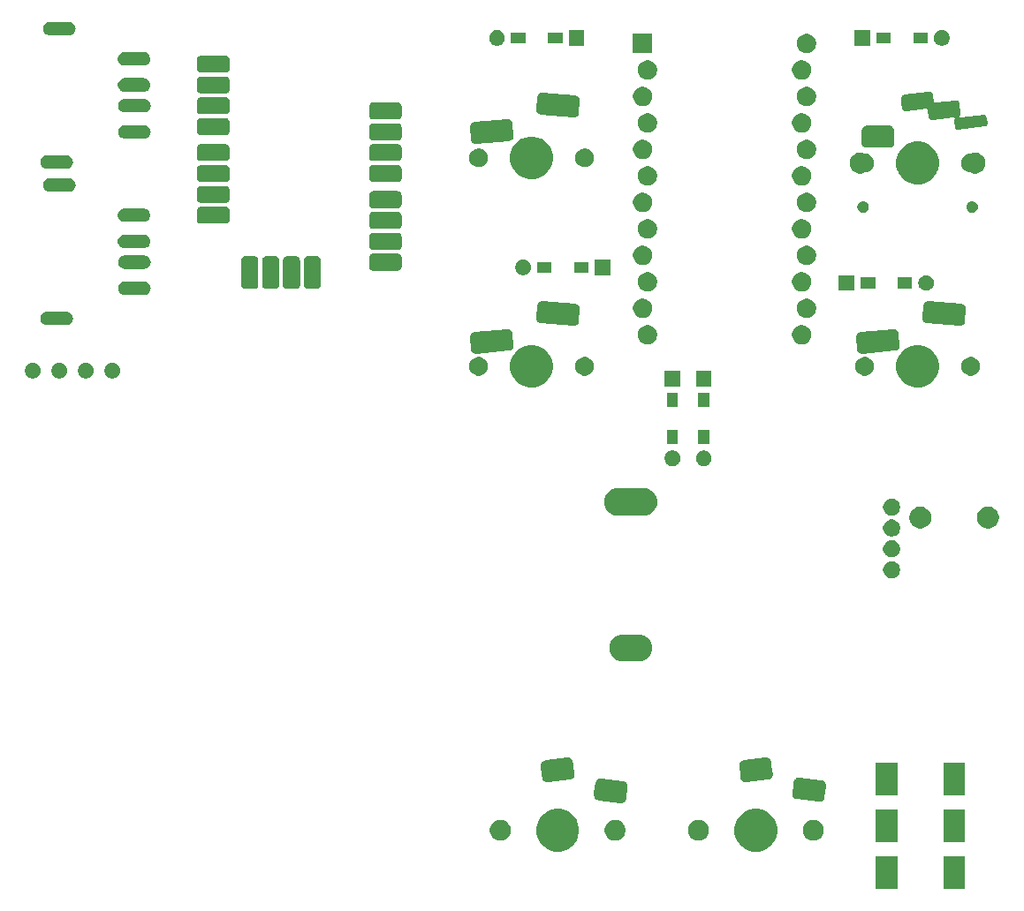
<source format=gbr>
G04 #@! TF.GenerationSoftware,KiCad,Pcbnew,(5.1.2)-2*
G04 #@! TF.CreationDate,2019-07-15T17:49:32+09:00*
G04 #@! TF.ProjectId,meishi,6d656973-6869-42e6-9b69-6361645f7063,rev?*
G04 #@! TF.SameCoordinates,Original*
G04 #@! TF.FileFunction,Soldermask,Bot*
G04 #@! TF.FilePolarity,Negative*
%FSLAX46Y46*%
G04 Gerber Fmt 4.6, Leading zero omitted, Abs format (unit mm)*
G04 Created by KiCad (PCBNEW (5.1.2)-2) date 2019-07-15 17:49:32*
%MOMM*%
%LPD*%
G04 APERTURE LIST*
%ADD10C,0.100000*%
G04 APERTURE END LIST*
D10*
G36*
X157551000Y-134606000D02*
G01*
X155449000Y-134606000D01*
X155449000Y-131504000D01*
X157551000Y-131504000D01*
X157551000Y-134606000D01*
X157551000Y-134606000D01*
G37*
G36*
X151076000Y-134606000D02*
G01*
X148974000Y-134606000D01*
X148974000Y-131504000D01*
X151076000Y-131504000D01*
X151076000Y-134606000D01*
X151076000Y-134606000D01*
G37*
G36*
X138098254Y-127027818D02*
G01*
X138471511Y-127182426D01*
X138471513Y-127182427D01*
X138807436Y-127406884D01*
X139093116Y-127692564D01*
X139317574Y-128028489D01*
X139472182Y-128401746D01*
X139551000Y-128797993D01*
X139551000Y-129202007D01*
X139472182Y-129598254D01*
X139321293Y-129962532D01*
X139317573Y-129971513D01*
X139093116Y-130307436D01*
X138807436Y-130593116D01*
X138471513Y-130817573D01*
X138471512Y-130817574D01*
X138471511Y-130817574D01*
X138098254Y-130972182D01*
X137702007Y-131051000D01*
X137297993Y-131051000D01*
X136901746Y-130972182D01*
X136528489Y-130817574D01*
X136528488Y-130817574D01*
X136528487Y-130817573D01*
X136192564Y-130593116D01*
X135906884Y-130307436D01*
X135682427Y-129971513D01*
X135678707Y-129962532D01*
X135527818Y-129598254D01*
X135449000Y-129202007D01*
X135449000Y-128797993D01*
X135527818Y-128401746D01*
X135682426Y-128028489D01*
X135906884Y-127692564D01*
X136192564Y-127406884D01*
X136528487Y-127182427D01*
X136528489Y-127182426D01*
X136901746Y-127027818D01*
X137297993Y-126949000D01*
X137702007Y-126949000D01*
X138098254Y-127027818D01*
X138098254Y-127027818D01*
G37*
G36*
X119098254Y-127027818D02*
G01*
X119471511Y-127182426D01*
X119471513Y-127182427D01*
X119807436Y-127406884D01*
X120093116Y-127692564D01*
X120317574Y-128028489D01*
X120472182Y-128401746D01*
X120551000Y-128797993D01*
X120551000Y-129202007D01*
X120472182Y-129598254D01*
X120321293Y-129962532D01*
X120317573Y-129971513D01*
X120093116Y-130307436D01*
X119807436Y-130593116D01*
X119471513Y-130817573D01*
X119471512Y-130817574D01*
X119471511Y-130817574D01*
X119098254Y-130972182D01*
X118702007Y-131051000D01*
X118297993Y-131051000D01*
X117901746Y-130972182D01*
X117528489Y-130817574D01*
X117528488Y-130817574D01*
X117528487Y-130817573D01*
X117192564Y-130593116D01*
X116906884Y-130307436D01*
X116682427Y-129971513D01*
X116678707Y-129962532D01*
X116527818Y-129598254D01*
X116449000Y-129202007D01*
X116449000Y-128797993D01*
X116527818Y-128401746D01*
X116682426Y-128028489D01*
X116906884Y-127692564D01*
X117192564Y-127406884D01*
X117528487Y-127182427D01*
X117528489Y-127182426D01*
X117901746Y-127027818D01*
X118297993Y-126949000D01*
X118702007Y-126949000D01*
X119098254Y-127027818D01*
X119098254Y-127027818D01*
G37*
G36*
X157551000Y-130106000D02*
G01*
X155449000Y-130106000D01*
X155449000Y-127004000D01*
X157551000Y-127004000D01*
X157551000Y-130106000D01*
X157551000Y-130106000D01*
G37*
G36*
X151076000Y-130106000D02*
G01*
X148974000Y-130106000D01*
X148974000Y-127004000D01*
X151076000Y-127004000D01*
X151076000Y-130106000D01*
X151076000Y-130106000D01*
G37*
G36*
X124195285Y-128018234D02*
G01*
X124291981Y-128037468D01*
X124474151Y-128112926D01*
X124638100Y-128222473D01*
X124777527Y-128361900D01*
X124887074Y-128525849D01*
X124962532Y-128708019D01*
X125001000Y-128901410D01*
X125001000Y-129098590D01*
X124962532Y-129291981D01*
X124887074Y-129474151D01*
X124777527Y-129638100D01*
X124638100Y-129777527D01*
X124474151Y-129887074D01*
X124291981Y-129962532D01*
X124098591Y-130001000D01*
X123901409Y-130001000D01*
X123708019Y-129962532D01*
X123525849Y-129887074D01*
X123361900Y-129777527D01*
X123222473Y-129638100D01*
X123112926Y-129474151D01*
X123037468Y-129291981D01*
X122999000Y-129098590D01*
X122999000Y-128901410D01*
X123037468Y-128708019D01*
X123112926Y-128525849D01*
X123222473Y-128361900D01*
X123361900Y-128222473D01*
X123525849Y-128112926D01*
X123708019Y-128037468D01*
X123804715Y-128018234D01*
X123901409Y-127999000D01*
X124098591Y-127999000D01*
X124195285Y-128018234D01*
X124195285Y-128018234D01*
G37*
G36*
X113195285Y-128018234D02*
G01*
X113291981Y-128037468D01*
X113474151Y-128112926D01*
X113638100Y-128222473D01*
X113777527Y-128361900D01*
X113887074Y-128525849D01*
X113962532Y-128708019D01*
X114001000Y-128901410D01*
X114001000Y-129098590D01*
X113962532Y-129291981D01*
X113887074Y-129474151D01*
X113777527Y-129638100D01*
X113638100Y-129777527D01*
X113474151Y-129887074D01*
X113291981Y-129962532D01*
X113098591Y-130001000D01*
X112901409Y-130001000D01*
X112708019Y-129962532D01*
X112525849Y-129887074D01*
X112361900Y-129777527D01*
X112222473Y-129638100D01*
X112112926Y-129474151D01*
X112037468Y-129291981D01*
X111999000Y-129098590D01*
X111999000Y-128901410D01*
X112037468Y-128708019D01*
X112112926Y-128525849D01*
X112222473Y-128361900D01*
X112361900Y-128222473D01*
X112525849Y-128112926D01*
X112708019Y-128037468D01*
X112804715Y-128018234D01*
X112901409Y-127999000D01*
X113098591Y-127999000D01*
X113195285Y-128018234D01*
X113195285Y-128018234D01*
G37*
G36*
X143195285Y-128018234D02*
G01*
X143291981Y-128037468D01*
X143474151Y-128112926D01*
X143638100Y-128222473D01*
X143777527Y-128361900D01*
X143887074Y-128525849D01*
X143962532Y-128708019D01*
X144001000Y-128901410D01*
X144001000Y-129098590D01*
X143962532Y-129291981D01*
X143887074Y-129474151D01*
X143777527Y-129638100D01*
X143638100Y-129777527D01*
X143474151Y-129887074D01*
X143291981Y-129962532D01*
X143098591Y-130001000D01*
X142901409Y-130001000D01*
X142708019Y-129962532D01*
X142525849Y-129887074D01*
X142361900Y-129777527D01*
X142222473Y-129638100D01*
X142112926Y-129474151D01*
X142037468Y-129291981D01*
X141999000Y-129098590D01*
X141999000Y-128901410D01*
X142037468Y-128708019D01*
X142112926Y-128525849D01*
X142222473Y-128361900D01*
X142361900Y-128222473D01*
X142525849Y-128112926D01*
X142708019Y-128037468D01*
X142804715Y-128018234D01*
X142901409Y-127999000D01*
X143098591Y-127999000D01*
X143195285Y-128018234D01*
X143195285Y-128018234D01*
G37*
G36*
X132195285Y-128018234D02*
G01*
X132291981Y-128037468D01*
X132474151Y-128112926D01*
X132638100Y-128222473D01*
X132777527Y-128361900D01*
X132887074Y-128525849D01*
X132962532Y-128708019D01*
X133001000Y-128901410D01*
X133001000Y-129098590D01*
X132962532Y-129291981D01*
X132887074Y-129474151D01*
X132777527Y-129638100D01*
X132638100Y-129777527D01*
X132474151Y-129887074D01*
X132291981Y-129962532D01*
X132098591Y-130001000D01*
X131901409Y-130001000D01*
X131708019Y-129962532D01*
X131525849Y-129887074D01*
X131361900Y-129777527D01*
X131222473Y-129638100D01*
X131112926Y-129474151D01*
X131037468Y-129291981D01*
X130999000Y-129098590D01*
X130999000Y-128901410D01*
X131037468Y-128708019D01*
X131112926Y-128525849D01*
X131222473Y-128361900D01*
X131361900Y-128222473D01*
X131525849Y-128112926D01*
X131708019Y-128037468D01*
X131804715Y-128018234D01*
X131901409Y-127999000D01*
X132098591Y-127999000D01*
X132195285Y-128018234D01*
X132195285Y-128018234D01*
G37*
G36*
X122654292Y-124024989D02*
G01*
X122710227Y-124031857D01*
X122710228Y-124031857D01*
X124745940Y-124281811D01*
X124745942Y-124281811D01*
X124801874Y-124288679D01*
X124896356Y-124309842D01*
X124979244Y-124346529D01*
X125053379Y-124398681D01*
X125115924Y-124464301D01*
X125164457Y-124540852D01*
X125197128Y-124625409D01*
X125212673Y-124714709D01*
X125210349Y-124811500D01*
X125203481Y-124867436D01*
X125080808Y-125866536D01*
X125068529Y-125966536D01*
X125047367Y-126061016D01*
X125010678Y-126143906D01*
X124958527Y-126218042D01*
X124892909Y-126280583D01*
X124816354Y-126329120D01*
X124731799Y-126361790D01*
X124642499Y-126377335D01*
X124545708Y-126375011D01*
X124489773Y-126368143D01*
X124489772Y-126368143D01*
X122454060Y-126118189D01*
X122454058Y-126118189D01*
X122398126Y-126111321D01*
X122303644Y-126090158D01*
X122220756Y-126053471D01*
X122146621Y-126001319D01*
X122084076Y-125935699D01*
X122035543Y-125859148D01*
X122002872Y-125774591D01*
X121987327Y-125685291D01*
X121989651Y-125588500D01*
X122085054Y-124811500D01*
X122124603Y-124489398D01*
X122124603Y-124489396D01*
X122131471Y-124433464D01*
X122152633Y-124338984D01*
X122189322Y-124256094D01*
X122241473Y-124181958D01*
X122307091Y-124119417D01*
X122383646Y-124070880D01*
X122468201Y-124038210D01*
X122557501Y-124022665D01*
X122654292Y-124024989D01*
X122654292Y-124024989D01*
G37*
G36*
X141654292Y-123924989D02*
G01*
X141710227Y-123931857D01*
X141710228Y-123931857D01*
X143745940Y-124181811D01*
X143745942Y-124181811D01*
X143801874Y-124188679D01*
X143896356Y-124209842D01*
X143979244Y-124246529D01*
X144053379Y-124298681D01*
X144115924Y-124364301D01*
X144164457Y-124440852D01*
X144197128Y-124525409D01*
X144212673Y-124614709D01*
X144210349Y-124711500D01*
X144203481Y-124767436D01*
X144079819Y-125774591D01*
X144068529Y-125866536D01*
X144047367Y-125961016D01*
X144010678Y-126043906D01*
X143958527Y-126118042D01*
X143892909Y-126180583D01*
X143816354Y-126229120D01*
X143731799Y-126261790D01*
X143642499Y-126277335D01*
X143545708Y-126275011D01*
X143489773Y-126268143D01*
X143489772Y-126268143D01*
X141454060Y-126018189D01*
X141454058Y-126018189D01*
X141398126Y-126011321D01*
X141303644Y-125990158D01*
X141220756Y-125953471D01*
X141146621Y-125901319D01*
X141084076Y-125835699D01*
X141035543Y-125759148D01*
X141002872Y-125674591D01*
X140987327Y-125585291D01*
X140989651Y-125488500D01*
X141095625Y-124625409D01*
X141124603Y-124389398D01*
X141124603Y-124389396D01*
X141131471Y-124333464D01*
X141152633Y-124238984D01*
X141189322Y-124156094D01*
X141241473Y-124081958D01*
X141307091Y-124019417D01*
X141383646Y-123970880D01*
X141468201Y-123938210D01*
X141557501Y-123922665D01*
X141654292Y-123924989D01*
X141654292Y-123924989D01*
G37*
G36*
X157551000Y-125606000D02*
G01*
X155449000Y-125606000D01*
X155449000Y-122504000D01*
X157551000Y-122504000D01*
X157551000Y-125606000D01*
X157551000Y-125606000D01*
G37*
G36*
X151076000Y-125606000D02*
G01*
X148974000Y-125606000D01*
X148974000Y-122504000D01*
X151076000Y-122504000D01*
X151076000Y-125606000D01*
X151076000Y-125606000D01*
G37*
G36*
X119631799Y-122038210D02*
G01*
X119716356Y-122070881D01*
X119792907Y-122119414D01*
X119858527Y-122181959D01*
X119910679Y-122256094D01*
X119947366Y-122338982D01*
X119968529Y-122433464D01*
X119975397Y-122489396D01*
X119975397Y-122489398D01*
X120009169Y-122764450D01*
X120110349Y-123588500D01*
X120112673Y-123685291D01*
X120097128Y-123774591D01*
X120064458Y-123859146D01*
X120015921Y-123935701D01*
X119953380Y-124001319D01*
X119879244Y-124053470D01*
X119796354Y-124090159D01*
X119701874Y-124111321D01*
X119645942Y-124118189D01*
X119645940Y-124118189D01*
X117610228Y-124368143D01*
X117610227Y-124368143D01*
X117554292Y-124375011D01*
X117457501Y-124377335D01*
X117368201Y-124361790D01*
X117283644Y-124329119D01*
X117207093Y-124280586D01*
X117141473Y-124218041D01*
X117089321Y-124143906D01*
X117052634Y-124061018D01*
X117031471Y-123966536D01*
X117003293Y-123737040D01*
X116896519Y-122867436D01*
X116889651Y-122811500D01*
X116887327Y-122714709D01*
X116902872Y-122625409D01*
X116935542Y-122540854D01*
X116984079Y-122464299D01*
X117046620Y-122398681D01*
X117120756Y-122346530D01*
X117203646Y-122309841D01*
X117298126Y-122288679D01*
X117354058Y-122281811D01*
X117354060Y-122281811D01*
X119389772Y-122031857D01*
X119389773Y-122031857D01*
X119445708Y-122024989D01*
X119542499Y-122022665D01*
X119631799Y-122038210D01*
X119631799Y-122038210D01*
G37*
G36*
X138631799Y-122038210D02*
G01*
X138716356Y-122070881D01*
X138792907Y-122119414D01*
X138858527Y-122181959D01*
X138910679Y-122256094D01*
X138947366Y-122338982D01*
X138968529Y-122433464D01*
X138975397Y-122489396D01*
X138975397Y-122489398D01*
X139009169Y-122764450D01*
X139110349Y-123588500D01*
X139112673Y-123685291D01*
X139097128Y-123774591D01*
X139064458Y-123859146D01*
X139015921Y-123935701D01*
X138953380Y-124001319D01*
X138879244Y-124053470D01*
X138796354Y-124090159D01*
X138701874Y-124111321D01*
X138645942Y-124118189D01*
X138645940Y-124118189D01*
X136610228Y-124368143D01*
X136610227Y-124368143D01*
X136554292Y-124375011D01*
X136457501Y-124377335D01*
X136368201Y-124361790D01*
X136283644Y-124329119D01*
X136207093Y-124280586D01*
X136141473Y-124218041D01*
X136089321Y-124143906D01*
X136052634Y-124061018D01*
X136031471Y-123966536D01*
X136003293Y-123737040D01*
X135896519Y-122867436D01*
X135889651Y-122811500D01*
X135887327Y-122714709D01*
X135902872Y-122625409D01*
X135935542Y-122540854D01*
X135984079Y-122464299D01*
X136046620Y-122398681D01*
X136120756Y-122346530D01*
X136203646Y-122309841D01*
X136298126Y-122288679D01*
X136354058Y-122281811D01*
X136354060Y-122281811D01*
X138389772Y-122031857D01*
X138389773Y-122031857D01*
X138445708Y-122024989D01*
X138542499Y-122022665D01*
X138631799Y-122038210D01*
X138631799Y-122038210D01*
G37*
G36*
X126409473Y-110208413D02*
G01*
X126505040Y-110217825D01*
X126750280Y-110292218D01*
X126976294Y-110413025D01*
X127027899Y-110455376D01*
X127174397Y-110575603D01*
X127294624Y-110722101D01*
X127336975Y-110773706D01*
X127457782Y-110999720D01*
X127532175Y-111244960D01*
X127557294Y-111500000D01*
X127532175Y-111755040D01*
X127457782Y-112000280D01*
X127336975Y-112226294D01*
X127294624Y-112277899D01*
X127174397Y-112424397D01*
X127027899Y-112544624D01*
X126976294Y-112586975D01*
X126750280Y-112707782D01*
X126505040Y-112782175D01*
X126409472Y-112791588D01*
X126313906Y-112801000D01*
X124686094Y-112801000D01*
X124590528Y-112791588D01*
X124494960Y-112782175D01*
X124249720Y-112707782D01*
X124023706Y-112586975D01*
X123972101Y-112544624D01*
X123825603Y-112424397D01*
X123705376Y-112277899D01*
X123663025Y-112226294D01*
X123542218Y-112000280D01*
X123467825Y-111755040D01*
X123442706Y-111500000D01*
X123467825Y-111244960D01*
X123542218Y-110999720D01*
X123663025Y-110773706D01*
X123705376Y-110722101D01*
X123825603Y-110575603D01*
X123972101Y-110455376D01*
X124023706Y-110413025D01*
X124249720Y-110292218D01*
X124494960Y-110217825D01*
X124590527Y-110208413D01*
X124686094Y-110199000D01*
X126313906Y-110199000D01*
X126409473Y-110208413D01*
X126409473Y-110208413D01*
G37*
G36*
X150737142Y-103218242D02*
G01*
X150885101Y-103279529D01*
X151018255Y-103368499D01*
X151131501Y-103481745D01*
X151220471Y-103614899D01*
X151281758Y-103762858D01*
X151313000Y-103919925D01*
X151313000Y-104080075D01*
X151281758Y-104237142D01*
X151220471Y-104385101D01*
X151131501Y-104518255D01*
X151018255Y-104631501D01*
X150885101Y-104720471D01*
X150737142Y-104781758D01*
X150580075Y-104813000D01*
X150419925Y-104813000D01*
X150262858Y-104781758D01*
X150114899Y-104720471D01*
X149981745Y-104631501D01*
X149868499Y-104518255D01*
X149779529Y-104385101D01*
X149718242Y-104237142D01*
X149687000Y-104080075D01*
X149687000Y-103919925D01*
X149718242Y-103762858D01*
X149779529Y-103614899D01*
X149868499Y-103481745D01*
X149981745Y-103368499D01*
X150114899Y-103279529D01*
X150262858Y-103218242D01*
X150419925Y-103187000D01*
X150580075Y-103187000D01*
X150737142Y-103218242D01*
X150737142Y-103218242D01*
G37*
G36*
X150737142Y-101218242D02*
G01*
X150885101Y-101279529D01*
X151018255Y-101368499D01*
X151131501Y-101481745D01*
X151220471Y-101614899D01*
X151281758Y-101762858D01*
X151313000Y-101919925D01*
X151313000Y-102080075D01*
X151281758Y-102237142D01*
X151220471Y-102385101D01*
X151131501Y-102518255D01*
X151018255Y-102631501D01*
X150885101Y-102720471D01*
X150737142Y-102781758D01*
X150580075Y-102813000D01*
X150419925Y-102813000D01*
X150262858Y-102781758D01*
X150114899Y-102720471D01*
X149981745Y-102631501D01*
X149868499Y-102518255D01*
X149779529Y-102385101D01*
X149718242Y-102237142D01*
X149687000Y-102080075D01*
X149687000Y-101919925D01*
X149718242Y-101762858D01*
X149779529Y-101614899D01*
X149868499Y-101481745D01*
X149981745Y-101368499D01*
X150114899Y-101279529D01*
X150262858Y-101218242D01*
X150419925Y-101187000D01*
X150580075Y-101187000D01*
X150737142Y-101218242D01*
X150737142Y-101218242D01*
G37*
G36*
X150737142Y-99218242D02*
G01*
X150885101Y-99279529D01*
X151018255Y-99368499D01*
X151131501Y-99481745D01*
X151220471Y-99614899D01*
X151281758Y-99762858D01*
X151313000Y-99919925D01*
X151313000Y-100080075D01*
X151281758Y-100237142D01*
X151220471Y-100385101D01*
X151131501Y-100518255D01*
X151018255Y-100631501D01*
X150885101Y-100720471D01*
X150737142Y-100781758D01*
X150580075Y-100813000D01*
X150419925Y-100813000D01*
X150262858Y-100781758D01*
X150114899Y-100720471D01*
X149981745Y-100631501D01*
X149868499Y-100518255D01*
X149779529Y-100385101D01*
X149718242Y-100237142D01*
X149687000Y-100080075D01*
X149687000Y-99919925D01*
X149718242Y-99762858D01*
X149779529Y-99614899D01*
X149868499Y-99481745D01*
X149981745Y-99368499D01*
X150114899Y-99279529D01*
X150262858Y-99218242D01*
X150419925Y-99187000D01*
X150580075Y-99187000D01*
X150737142Y-99218242D01*
X150737142Y-99218242D01*
G37*
G36*
X153556564Y-97989389D02*
G01*
X153747833Y-98068615D01*
X153747835Y-98068616D01*
X153919973Y-98183635D01*
X154066365Y-98330027D01*
X154181385Y-98502167D01*
X154260611Y-98693436D01*
X154301000Y-98896484D01*
X154301000Y-99103516D01*
X154260611Y-99306564D01*
X154188049Y-99481745D01*
X154181384Y-99497835D01*
X154066365Y-99669973D01*
X153919973Y-99816365D01*
X153747835Y-99931384D01*
X153747834Y-99931385D01*
X153747833Y-99931385D01*
X153556564Y-100010611D01*
X153353516Y-100051000D01*
X153146484Y-100051000D01*
X152943436Y-100010611D01*
X152752167Y-99931385D01*
X152752166Y-99931385D01*
X152752165Y-99931384D01*
X152580027Y-99816365D01*
X152433635Y-99669973D01*
X152318616Y-99497835D01*
X152311951Y-99481745D01*
X152239389Y-99306564D01*
X152199000Y-99103516D01*
X152199000Y-98896484D01*
X152239389Y-98693436D01*
X152318615Y-98502167D01*
X152433635Y-98330027D01*
X152580027Y-98183635D01*
X152752165Y-98068616D01*
X152752167Y-98068615D01*
X152943436Y-97989389D01*
X153146484Y-97949000D01*
X153353516Y-97949000D01*
X153556564Y-97989389D01*
X153556564Y-97989389D01*
G37*
G36*
X160056564Y-97989389D02*
G01*
X160247833Y-98068615D01*
X160247835Y-98068616D01*
X160419973Y-98183635D01*
X160566365Y-98330027D01*
X160681385Y-98502167D01*
X160760611Y-98693436D01*
X160801000Y-98896484D01*
X160801000Y-99103516D01*
X160760611Y-99306564D01*
X160688049Y-99481745D01*
X160681384Y-99497835D01*
X160566365Y-99669973D01*
X160419973Y-99816365D01*
X160247835Y-99931384D01*
X160247834Y-99931385D01*
X160247833Y-99931385D01*
X160056564Y-100010611D01*
X159853516Y-100051000D01*
X159646484Y-100051000D01*
X159443436Y-100010611D01*
X159252167Y-99931385D01*
X159252166Y-99931385D01*
X159252165Y-99931384D01*
X159080027Y-99816365D01*
X158933635Y-99669973D01*
X158818616Y-99497835D01*
X158811951Y-99481745D01*
X158739389Y-99306564D01*
X158699000Y-99103516D01*
X158699000Y-98896484D01*
X158739389Y-98693436D01*
X158818615Y-98502167D01*
X158933635Y-98330027D01*
X159080027Y-98183635D01*
X159252165Y-98068616D01*
X159252167Y-98068615D01*
X159443436Y-97989389D01*
X159646484Y-97949000D01*
X159853516Y-97949000D01*
X160056564Y-97989389D01*
X160056564Y-97989389D01*
G37*
G36*
X150737142Y-97218242D02*
G01*
X150885101Y-97279529D01*
X151018255Y-97368499D01*
X151131501Y-97481745D01*
X151220471Y-97614899D01*
X151281758Y-97762858D01*
X151313000Y-97919925D01*
X151313000Y-98080075D01*
X151281758Y-98237142D01*
X151220471Y-98385101D01*
X151131501Y-98518255D01*
X151018255Y-98631501D01*
X150885101Y-98720471D01*
X150737142Y-98781758D01*
X150580075Y-98813000D01*
X150419925Y-98813000D01*
X150262858Y-98781758D01*
X150114899Y-98720471D01*
X149981745Y-98631501D01*
X149868499Y-98518255D01*
X149779529Y-98385101D01*
X149718242Y-98237142D01*
X149687000Y-98080075D01*
X149687000Y-97919925D01*
X149718242Y-97762858D01*
X149779529Y-97614899D01*
X149868499Y-97481745D01*
X149981745Y-97368499D01*
X150114899Y-97279529D01*
X150262858Y-97218242D01*
X150419925Y-97187000D01*
X150580075Y-97187000D01*
X150737142Y-97218242D01*
X150737142Y-97218242D01*
G37*
G36*
X126909472Y-96208412D02*
G01*
X127005040Y-96217825D01*
X127250280Y-96292218D01*
X127476294Y-96413025D01*
X127527899Y-96455376D01*
X127674397Y-96575603D01*
X127794624Y-96722101D01*
X127836975Y-96773706D01*
X127957782Y-96999720D01*
X128032175Y-97244960D01*
X128057294Y-97500000D01*
X128032175Y-97755040D01*
X127957782Y-98000280D01*
X127836975Y-98226294D01*
X127828072Y-98237142D01*
X127674397Y-98424397D01*
X127560027Y-98518257D01*
X127476294Y-98586975D01*
X127476292Y-98586976D01*
X127277120Y-98693436D01*
X127250280Y-98707782D01*
X127005040Y-98782175D01*
X126909472Y-98791588D01*
X126813906Y-98801000D01*
X124186094Y-98801000D01*
X124090528Y-98791588D01*
X123994960Y-98782175D01*
X123749720Y-98707782D01*
X123722881Y-98693436D01*
X123523708Y-98586976D01*
X123523706Y-98586975D01*
X123439973Y-98518257D01*
X123325603Y-98424397D01*
X123171928Y-98237142D01*
X123163025Y-98226294D01*
X123042218Y-98000280D01*
X122967825Y-97755040D01*
X122942706Y-97500000D01*
X122967825Y-97244960D01*
X123042218Y-96999720D01*
X123163025Y-96773706D01*
X123205376Y-96722101D01*
X123325603Y-96575603D01*
X123472101Y-96455376D01*
X123523706Y-96413025D01*
X123749720Y-96292218D01*
X123994960Y-96217825D01*
X124090527Y-96208413D01*
X124186094Y-96199000D01*
X126813906Y-96199000D01*
X126909472Y-96208412D01*
X126909472Y-96208412D01*
G37*
G36*
X129594425Y-92564599D02*
G01*
X129718621Y-92589302D01*
X129855022Y-92645801D01*
X129977779Y-92727825D01*
X130082175Y-92832221D01*
X130164199Y-92954978D01*
X130220698Y-93091379D01*
X130249500Y-93236181D01*
X130249500Y-93383819D01*
X130220698Y-93528621D01*
X130164199Y-93665022D01*
X130082175Y-93787779D01*
X129977779Y-93892175D01*
X129855022Y-93974199D01*
X129718621Y-94030698D01*
X129594425Y-94055401D01*
X129573820Y-94059500D01*
X129426180Y-94059500D01*
X129405575Y-94055401D01*
X129281379Y-94030698D01*
X129144978Y-93974199D01*
X129022221Y-93892175D01*
X128917825Y-93787779D01*
X128835801Y-93665022D01*
X128779302Y-93528621D01*
X128750500Y-93383819D01*
X128750500Y-93236181D01*
X128779302Y-93091379D01*
X128835801Y-92954978D01*
X128917825Y-92832221D01*
X129022221Y-92727825D01*
X129144978Y-92645801D01*
X129281379Y-92589302D01*
X129405575Y-92564599D01*
X129426180Y-92560500D01*
X129573820Y-92560500D01*
X129594425Y-92564599D01*
X129594425Y-92564599D01*
G37*
G36*
X132594425Y-92564599D02*
G01*
X132718621Y-92589302D01*
X132855022Y-92645801D01*
X132977779Y-92727825D01*
X133082175Y-92832221D01*
X133164199Y-92954978D01*
X133220698Y-93091379D01*
X133249500Y-93236181D01*
X133249500Y-93383819D01*
X133220698Y-93528621D01*
X133164199Y-93665022D01*
X133082175Y-93787779D01*
X132977779Y-93892175D01*
X132855022Y-93974199D01*
X132718621Y-94030698D01*
X132594425Y-94055401D01*
X132573820Y-94059500D01*
X132426180Y-94059500D01*
X132405575Y-94055401D01*
X132281379Y-94030698D01*
X132144978Y-93974199D01*
X132022221Y-93892175D01*
X131917825Y-93787779D01*
X131835801Y-93665022D01*
X131779302Y-93528621D01*
X131750500Y-93383819D01*
X131750500Y-93236181D01*
X131779302Y-93091379D01*
X131835801Y-92954978D01*
X131917825Y-92832221D01*
X132022221Y-92727825D01*
X132144978Y-92645801D01*
X132281379Y-92589302D01*
X132405575Y-92564599D01*
X132426180Y-92560500D01*
X132573820Y-92560500D01*
X132594425Y-92564599D01*
X132594425Y-92564599D01*
G37*
G36*
X133026000Y-91976000D02*
G01*
X131974000Y-91976000D01*
X131974000Y-90574000D01*
X133026000Y-90574000D01*
X133026000Y-91976000D01*
X133026000Y-91976000D01*
G37*
G36*
X130026000Y-91976000D02*
G01*
X128974000Y-91976000D01*
X128974000Y-90574000D01*
X130026000Y-90574000D01*
X130026000Y-91976000D01*
X130026000Y-91976000D01*
G37*
G36*
X130026000Y-88426000D02*
G01*
X128974000Y-88426000D01*
X128974000Y-87024000D01*
X130026000Y-87024000D01*
X130026000Y-88426000D01*
X130026000Y-88426000D01*
G37*
G36*
X133026000Y-88426000D02*
G01*
X131974000Y-88426000D01*
X131974000Y-87024000D01*
X133026000Y-87024000D01*
X133026000Y-88426000D01*
X133026000Y-88426000D01*
G37*
G36*
X116598254Y-82527818D02*
G01*
X116889763Y-82648565D01*
X116971513Y-82682427D01*
X117307436Y-82906884D01*
X117593116Y-83192564D01*
X117651510Y-83279956D01*
X117817574Y-83528489D01*
X117972182Y-83901746D01*
X118051000Y-84297993D01*
X118051000Y-84702007D01*
X117972182Y-85098254D01*
X117817574Y-85471511D01*
X117817573Y-85471513D01*
X117593116Y-85807436D01*
X117307436Y-86093116D01*
X116971513Y-86317573D01*
X116971512Y-86317574D01*
X116971511Y-86317574D01*
X116598254Y-86472182D01*
X116202007Y-86551000D01*
X115797993Y-86551000D01*
X115401746Y-86472182D01*
X115028489Y-86317574D01*
X115028488Y-86317574D01*
X115028487Y-86317573D01*
X114692564Y-86093116D01*
X114406884Y-85807436D01*
X114182427Y-85471513D01*
X114182426Y-85471511D01*
X114027818Y-85098254D01*
X113949000Y-84702007D01*
X113949000Y-84297993D01*
X114027818Y-83901746D01*
X114182426Y-83528489D01*
X114348491Y-83279956D01*
X114406884Y-83192564D01*
X114692564Y-82906884D01*
X115028487Y-82682427D01*
X115110237Y-82648565D01*
X115401746Y-82527818D01*
X115797993Y-82449000D01*
X116202007Y-82449000D01*
X116598254Y-82527818D01*
X116598254Y-82527818D01*
G37*
G36*
X153598254Y-82527818D02*
G01*
X153889763Y-82648565D01*
X153971513Y-82682427D01*
X154307436Y-82906884D01*
X154593116Y-83192564D01*
X154651510Y-83279956D01*
X154817574Y-83528489D01*
X154972182Y-83901746D01*
X155051000Y-84297993D01*
X155051000Y-84702007D01*
X154972182Y-85098254D01*
X154817574Y-85471511D01*
X154817573Y-85471513D01*
X154593116Y-85807436D01*
X154307436Y-86093116D01*
X153971513Y-86317573D01*
X153971512Y-86317574D01*
X153971511Y-86317574D01*
X153598254Y-86472182D01*
X153202007Y-86551000D01*
X152797993Y-86551000D01*
X152401746Y-86472182D01*
X152028489Y-86317574D01*
X152028488Y-86317574D01*
X152028487Y-86317573D01*
X151692564Y-86093116D01*
X151406884Y-85807436D01*
X151182427Y-85471513D01*
X151182426Y-85471511D01*
X151027818Y-85098254D01*
X150949000Y-84702007D01*
X150949000Y-84297993D01*
X151027818Y-83901746D01*
X151182426Y-83528489D01*
X151348491Y-83279956D01*
X151406884Y-83192564D01*
X151692564Y-82906884D01*
X152028487Y-82682427D01*
X152110237Y-82648565D01*
X152401746Y-82527818D01*
X152797993Y-82449000D01*
X153202007Y-82449000D01*
X153598254Y-82527818D01*
X153598254Y-82527818D01*
G37*
G36*
X130249500Y-86439500D02*
G01*
X128750500Y-86439500D01*
X128750500Y-84940500D01*
X130249500Y-84940500D01*
X130249500Y-86439500D01*
X130249500Y-86439500D01*
G37*
G36*
X133249500Y-86439500D02*
G01*
X131750500Y-86439500D01*
X131750500Y-84940500D01*
X133249500Y-84940500D01*
X133249500Y-86439500D01*
X133249500Y-86439500D01*
G37*
G36*
X75914425Y-84154599D02*
G01*
X76038621Y-84179302D01*
X76175022Y-84235801D01*
X76297779Y-84317825D01*
X76402175Y-84422221D01*
X76484199Y-84544978D01*
X76540698Y-84681379D01*
X76569500Y-84826181D01*
X76569500Y-84973819D01*
X76540698Y-85118621D01*
X76484199Y-85255022D01*
X76402175Y-85377779D01*
X76297779Y-85482175D01*
X76175022Y-85564199D01*
X76038621Y-85620698D01*
X75914425Y-85645401D01*
X75893820Y-85649500D01*
X75746180Y-85649500D01*
X75725575Y-85645401D01*
X75601379Y-85620698D01*
X75464978Y-85564199D01*
X75342221Y-85482175D01*
X75237825Y-85377779D01*
X75155801Y-85255022D01*
X75099302Y-85118621D01*
X75070500Y-84973819D01*
X75070500Y-84826181D01*
X75099302Y-84681379D01*
X75155801Y-84544978D01*
X75237825Y-84422221D01*
X75342221Y-84317825D01*
X75464978Y-84235801D01*
X75601379Y-84179302D01*
X75725575Y-84154599D01*
X75746180Y-84150500D01*
X75893820Y-84150500D01*
X75914425Y-84154599D01*
X75914425Y-84154599D01*
G37*
G36*
X70834425Y-84154599D02*
G01*
X70958621Y-84179302D01*
X71095022Y-84235801D01*
X71217779Y-84317825D01*
X71322175Y-84422221D01*
X71404199Y-84544978D01*
X71460698Y-84681379D01*
X71489500Y-84826181D01*
X71489500Y-84973819D01*
X71460698Y-85118621D01*
X71404199Y-85255022D01*
X71322175Y-85377779D01*
X71217779Y-85482175D01*
X71095022Y-85564199D01*
X70958621Y-85620698D01*
X70834425Y-85645401D01*
X70813820Y-85649500D01*
X70666180Y-85649500D01*
X70645575Y-85645401D01*
X70521379Y-85620698D01*
X70384978Y-85564199D01*
X70262221Y-85482175D01*
X70157825Y-85377779D01*
X70075801Y-85255022D01*
X70019302Y-85118621D01*
X69990500Y-84973819D01*
X69990500Y-84826181D01*
X70019302Y-84681379D01*
X70075801Y-84544978D01*
X70157825Y-84422221D01*
X70262221Y-84317825D01*
X70384978Y-84235801D01*
X70521379Y-84179302D01*
X70645575Y-84154599D01*
X70666180Y-84150500D01*
X70813820Y-84150500D01*
X70834425Y-84154599D01*
X70834425Y-84154599D01*
G37*
G36*
X68294425Y-84154599D02*
G01*
X68418621Y-84179302D01*
X68555022Y-84235801D01*
X68677779Y-84317825D01*
X68782175Y-84422221D01*
X68864199Y-84544978D01*
X68920698Y-84681379D01*
X68949500Y-84826181D01*
X68949500Y-84973819D01*
X68920698Y-85118621D01*
X68864199Y-85255022D01*
X68782175Y-85377779D01*
X68677779Y-85482175D01*
X68555022Y-85564199D01*
X68418621Y-85620698D01*
X68294425Y-85645401D01*
X68273820Y-85649500D01*
X68126180Y-85649500D01*
X68105575Y-85645401D01*
X67981379Y-85620698D01*
X67844978Y-85564199D01*
X67722221Y-85482175D01*
X67617825Y-85377779D01*
X67535801Y-85255022D01*
X67479302Y-85118621D01*
X67450500Y-84973819D01*
X67450500Y-84826181D01*
X67479302Y-84681379D01*
X67535801Y-84544978D01*
X67617825Y-84422221D01*
X67722221Y-84317825D01*
X67844978Y-84235801D01*
X67981379Y-84179302D01*
X68105575Y-84154599D01*
X68126180Y-84150500D01*
X68273820Y-84150500D01*
X68294425Y-84154599D01*
X68294425Y-84154599D01*
G37*
G36*
X73374425Y-84154599D02*
G01*
X73498621Y-84179302D01*
X73635022Y-84235801D01*
X73757779Y-84317825D01*
X73862175Y-84422221D01*
X73944199Y-84544978D01*
X74000698Y-84681379D01*
X74029500Y-84826181D01*
X74029500Y-84973819D01*
X74000698Y-85118621D01*
X73944199Y-85255022D01*
X73862175Y-85377779D01*
X73757779Y-85482175D01*
X73635022Y-85564199D01*
X73498621Y-85620698D01*
X73374425Y-85645401D01*
X73353820Y-85649500D01*
X73206180Y-85649500D01*
X73185575Y-85645401D01*
X73061379Y-85620698D01*
X72924978Y-85564199D01*
X72802221Y-85482175D01*
X72697825Y-85377779D01*
X72615801Y-85255022D01*
X72559302Y-85118621D01*
X72530500Y-84973819D01*
X72530500Y-84826181D01*
X72559302Y-84681379D01*
X72615801Y-84544978D01*
X72697825Y-84422221D01*
X72802221Y-84317825D01*
X72924978Y-84235801D01*
X73061379Y-84179302D01*
X73185575Y-84154599D01*
X73206180Y-84150500D01*
X73353820Y-84150500D01*
X73374425Y-84154599D01*
X73374425Y-84154599D01*
G37*
G36*
X121193512Y-83603927D02*
G01*
X121342812Y-83633624D01*
X121506784Y-83701544D01*
X121654354Y-83800147D01*
X121779853Y-83925646D01*
X121878456Y-84073216D01*
X121946376Y-84237188D01*
X121981000Y-84411259D01*
X121981000Y-84588741D01*
X121946376Y-84762812D01*
X121878456Y-84926784D01*
X121779853Y-85074354D01*
X121654354Y-85199853D01*
X121506784Y-85298456D01*
X121342812Y-85366376D01*
X121193512Y-85396073D01*
X121168742Y-85401000D01*
X120991258Y-85401000D01*
X120966488Y-85396073D01*
X120817188Y-85366376D01*
X120653216Y-85298456D01*
X120505646Y-85199853D01*
X120380147Y-85074354D01*
X120281544Y-84926784D01*
X120213624Y-84762812D01*
X120179000Y-84588741D01*
X120179000Y-84411259D01*
X120213624Y-84237188D01*
X120281544Y-84073216D01*
X120380147Y-83925646D01*
X120505646Y-83800147D01*
X120653216Y-83701544D01*
X120817188Y-83633624D01*
X120966488Y-83603927D01*
X120991258Y-83599000D01*
X121168742Y-83599000D01*
X121193512Y-83603927D01*
X121193512Y-83603927D01*
G37*
G36*
X158193512Y-83603927D02*
G01*
X158342812Y-83633624D01*
X158506784Y-83701544D01*
X158654354Y-83800147D01*
X158779853Y-83925646D01*
X158878456Y-84073216D01*
X158946376Y-84237188D01*
X158981000Y-84411259D01*
X158981000Y-84588741D01*
X158946376Y-84762812D01*
X158878456Y-84926784D01*
X158779853Y-85074354D01*
X158654354Y-85199853D01*
X158506784Y-85298456D01*
X158342812Y-85366376D01*
X158193512Y-85396073D01*
X158168742Y-85401000D01*
X157991258Y-85401000D01*
X157966488Y-85396073D01*
X157817188Y-85366376D01*
X157653216Y-85298456D01*
X157505646Y-85199853D01*
X157380147Y-85074354D01*
X157281544Y-84926784D01*
X157213624Y-84762812D01*
X157179000Y-84588741D01*
X157179000Y-84411259D01*
X157213624Y-84237188D01*
X157281544Y-84073216D01*
X157380147Y-83925646D01*
X157505646Y-83800147D01*
X157653216Y-83701544D01*
X157817188Y-83633624D01*
X157966488Y-83603927D01*
X157991258Y-83599000D01*
X158168742Y-83599000D01*
X158193512Y-83603927D01*
X158193512Y-83603927D01*
G37*
G36*
X148033512Y-83603927D02*
G01*
X148182812Y-83633624D01*
X148346784Y-83701544D01*
X148494354Y-83800147D01*
X148619853Y-83925646D01*
X148718456Y-84073216D01*
X148786376Y-84237188D01*
X148821000Y-84411259D01*
X148821000Y-84588741D01*
X148786376Y-84762812D01*
X148718456Y-84926784D01*
X148619853Y-85074354D01*
X148494354Y-85199853D01*
X148346784Y-85298456D01*
X148182812Y-85366376D01*
X148033512Y-85396073D01*
X148008742Y-85401000D01*
X147831258Y-85401000D01*
X147806488Y-85396073D01*
X147657188Y-85366376D01*
X147493216Y-85298456D01*
X147345646Y-85199853D01*
X147220147Y-85074354D01*
X147121544Y-84926784D01*
X147053624Y-84762812D01*
X147019000Y-84588741D01*
X147019000Y-84411259D01*
X147053624Y-84237188D01*
X147121544Y-84073216D01*
X147220147Y-83925646D01*
X147345646Y-83800147D01*
X147493216Y-83701544D01*
X147657188Y-83633624D01*
X147806488Y-83603927D01*
X147831258Y-83599000D01*
X148008742Y-83599000D01*
X148033512Y-83603927D01*
X148033512Y-83603927D01*
G37*
G36*
X111033512Y-83603927D02*
G01*
X111182812Y-83633624D01*
X111346784Y-83701544D01*
X111494354Y-83800147D01*
X111619853Y-83925646D01*
X111718456Y-84073216D01*
X111786376Y-84237188D01*
X111821000Y-84411259D01*
X111821000Y-84588741D01*
X111786376Y-84762812D01*
X111718456Y-84926784D01*
X111619853Y-85074354D01*
X111494354Y-85199853D01*
X111346784Y-85298456D01*
X111182812Y-85366376D01*
X111033512Y-85396073D01*
X111008742Y-85401000D01*
X110831258Y-85401000D01*
X110806488Y-85396073D01*
X110657188Y-85366376D01*
X110493216Y-85298456D01*
X110345646Y-85199853D01*
X110220147Y-85074354D01*
X110121544Y-84926784D01*
X110053624Y-84762812D01*
X110019000Y-84588741D01*
X110019000Y-84411259D01*
X110053624Y-84237188D01*
X110121544Y-84073216D01*
X110220147Y-83925646D01*
X110345646Y-83800147D01*
X110493216Y-83701544D01*
X110657188Y-83633624D01*
X110806488Y-83603927D01*
X110831258Y-83599000D01*
X111008742Y-83599000D01*
X111033512Y-83603927D01*
X111033512Y-83603927D01*
G37*
G36*
X150771053Y-80916188D02*
G01*
X150859754Y-80934839D01*
X150943116Y-80970440D01*
X151017935Y-81021622D01*
X151081324Y-81086409D01*
X151130859Y-81162323D01*
X151164632Y-81246442D01*
X151182484Y-81341603D01*
X151283907Y-82500881D01*
X151282851Y-82597702D01*
X151264200Y-82686403D01*
X151228598Y-82769768D01*
X151177422Y-82844579D01*
X151112629Y-82907973D01*
X151036713Y-82957510D01*
X150952598Y-82991281D01*
X150857437Y-83009133D01*
X147705769Y-83284868D01*
X147608947Y-83283812D01*
X147520246Y-83265161D01*
X147436884Y-83229560D01*
X147362065Y-83178378D01*
X147298676Y-83113591D01*
X147249141Y-83037677D01*
X147215368Y-82953558D01*
X147197516Y-82858397D01*
X147096093Y-81699119D01*
X147097149Y-81602298D01*
X147115800Y-81513597D01*
X147151402Y-81430232D01*
X147202578Y-81355421D01*
X147267371Y-81292027D01*
X147343287Y-81242490D01*
X147427402Y-81208719D01*
X147522563Y-81190867D01*
X150674231Y-80915132D01*
X150771053Y-80916188D01*
X150771053Y-80916188D01*
G37*
G36*
X113771053Y-80916188D02*
G01*
X113859754Y-80934839D01*
X113943116Y-80970440D01*
X114017935Y-81021622D01*
X114081324Y-81086409D01*
X114130859Y-81162323D01*
X114164632Y-81246442D01*
X114182484Y-81341603D01*
X114283907Y-82500881D01*
X114282851Y-82597702D01*
X114264200Y-82686403D01*
X114228598Y-82769768D01*
X114177422Y-82844579D01*
X114112629Y-82907973D01*
X114036713Y-82957510D01*
X113952598Y-82991281D01*
X113857437Y-83009133D01*
X110705769Y-83284868D01*
X110608947Y-83283812D01*
X110520246Y-83265161D01*
X110436884Y-83229560D01*
X110362065Y-83178378D01*
X110298676Y-83113591D01*
X110249141Y-83037677D01*
X110215368Y-82953558D01*
X110197516Y-82858397D01*
X110096093Y-81699119D01*
X110097149Y-81602298D01*
X110115800Y-81513597D01*
X110151402Y-81430232D01*
X110202578Y-81355421D01*
X110267371Y-81292027D01*
X110343287Y-81242490D01*
X110427402Y-81208719D01*
X110522563Y-81190867D01*
X113674231Y-80915132D01*
X113771053Y-80916188D01*
X113771053Y-80916188D01*
G37*
G36*
X127379083Y-80578335D02*
G01*
X127547840Y-80648236D01*
X127699718Y-80749718D01*
X127828882Y-80878882D01*
X127930364Y-81030760D01*
X128000265Y-81199517D01*
X128035900Y-81378668D01*
X128035900Y-81561332D01*
X128000265Y-81740483D01*
X127930364Y-81909240D01*
X127828882Y-82061118D01*
X127699718Y-82190282D01*
X127547840Y-82291764D01*
X127379083Y-82361665D01*
X127199932Y-82397300D01*
X127017268Y-82397300D01*
X126838117Y-82361665D01*
X126669360Y-82291764D01*
X126517482Y-82190282D01*
X126388318Y-82061118D01*
X126286836Y-81909240D01*
X126216935Y-81740483D01*
X126181300Y-81561332D01*
X126181300Y-81378668D01*
X126216935Y-81199517D01*
X126286836Y-81030760D01*
X126388318Y-80878882D01*
X126517482Y-80749718D01*
X126669360Y-80648236D01*
X126838117Y-80578335D01*
X127017268Y-80542700D01*
X127199932Y-80542700D01*
X127379083Y-80578335D01*
X127379083Y-80578335D01*
G37*
G36*
X142161883Y-80578335D02*
G01*
X142330640Y-80648236D01*
X142482518Y-80749718D01*
X142611682Y-80878882D01*
X142713164Y-81030760D01*
X142783065Y-81199517D01*
X142818700Y-81378668D01*
X142818700Y-81561332D01*
X142783065Y-81740483D01*
X142713164Y-81909240D01*
X142611682Y-82061118D01*
X142482518Y-82190282D01*
X142330640Y-82291764D01*
X142161883Y-82361665D01*
X141982732Y-82397300D01*
X141800068Y-82397300D01*
X141620917Y-82361665D01*
X141452160Y-82291764D01*
X141300282Y-82190282D01*
X141171118Y-82061118D01*
X141069636Y-81909240D01*
X140999735Y-81740483D01*
X140964100Y-81561332D01*
X140964100Y-81378668D01*
X140999735Y-81199517D01*
X141069636Y-81030760D01*
X141171118Y-80878882D01*
X141300282Y-80749718D01*
X141452160Y-80648236D01*
X141620917Y-80578335D01*
X141800068Y-80542700D01*
X141982732Y-80542700D01*
X142161883Y-80578335D01*
X142161883Y-80578335D01*
G37*
G36*
X120207437Y-78510867D02*
G01*
X120302597Y-78528719D01*
X120386716Y-78562492D01*
X120462630Y-78612027D01*
X120527417Y-78675416D01*
X120578599Y-78750235D01*
X120614200Y-78833597D01*
X120632851Y-78922298D01*
X120633907Y-79019119D01*
X120532484Y-80178397D01*
X120514632Y-80273559D01*
X120480861Y-80357674D01*
X120431324Y-80433590D01*
X120367930Y-80498383D01*
X120293119Y-80549559D01*
X120209754Y-80585161D01*
X120121053Y-80603812D01*
X120024231Y-80604868D01*
X116872563Y-80329133D01*
X116777403Y-80311281D01*
X116693284Y-80277508D01*
X116617370Y-80227973D01*
X116552583Y-80164584D01*
X116501401Y-80089765D01*
X116465800Y-80006403D01*
X116447149Y-79917702D01*
X116446093Y-79820881D01*
X116547516Y-78661603D01*
X116565368Y-78566441D01*
X116599139Y-78482326D01*
X116648676Y-78406410D01*
X116712070Y-78341617D01*
X116786881Y-78290441D01*
X116870246Y-78254839D01*
X116958947Y-78236188D01*
X117055769Y-78235132D01*
X120207437Y-78510867D01*
X120207437Y-78510867D01*
G37*
G36*
X157207437Y-78510867D02*
G01*
X157302597Y-78528719D01*
X157386716Y-78562492D01*
X157462630Y-78612027D01*
X157527417Y-78675416D01*
X157578599Y-78750235D01*
X157614200Y-78833597D01*
X157632851Y-78922298D01*
X157633907Y-79019119D01*
X157532484Y-80178397D01*
X157514632Y-80273559D01*
X157480861Y-80357674D01*
X157431324Y-80433590D01*
X157367930Y-80498383D01*
X157293119Y-80549559D01*
X157209754Y-80585161D01*
X157121053Y-80603812D01*
X157024231Y-80604868D01*
X153872563Y-80329133D01*
X153777403Y-80311281D01*
X153693284Y-80277508D01*
X153617370Y-80227973D01*
X153552583Y-80164584D01*
X153501401Y-80089765D01*
X153465800Y-80006403D01*
X153447149Y-79917702D01*
X153446093Y-79820881D01*
X153547516Y-78661603D01*
X153565368Y-78566441D01*
X153599139Y-78482326D01*
X153648676Y-78406410D01*
X153712070Y-78341617D01*
X153786881Y-78290441D01*
X153870246Y-78254839D01*
X153958947Y-78236188D01*
X154055769Y-78235132D01*
X157207437Y-78510867D01*
X157207437Y-78510867D01*
G37*
G36*
X71463855Y-79252140D02*
G01*
X71527618Y-79258420D01*
X71618404Y-79285960D01*
X71650336Y-79295646D01*
X71763425Y-79356094D01*
X71862554Y-79437446D01*
X71943906Y-79536575D01*
X72004354Y-79649664D01*
X72004355Y-79649668D01*
X72041580Y-79772382D01*
X72054149Y-79900000D01*
X72041580Y-80027618D01*
X72022728Y-80089765D01*
X72004354Y-80150336D01*
X71943906Y-80263425D01*
X71862554Y-80362554D01*
X71763425Y-80443906D01*
X71650336Y-80504354D01*
X71618404Y-80514040D01*
X71527618Y-80541580D01*
X71463855Y-80547860D01*
X71431974Y-80551000D01*
X69568026Y-80551000D01*
X69536145Y-80547860D01*
X69472382Y-80541580D01*
X69381596Y-80514040D01*
X69349664Y-80504354D01*
X69236575Y-80443906D01*
X69137446Y-80362554D01*
X69056094Y-80263425D01*
X68995646Y-80150336D01*
X68977272Y-80089765D01*
X68958420Y-80027618D01*
X68945851Y-79900000D01*
X68958420Y-79772382D01*
X68995645Y-79649668D01*
X68995646Y-79649664D01*
X69056094Y-79536575D01*
X69137446Y-79437446D01*
X69236575Y-79356094D01*
X69349664Y-79295646D01*
X69381596Y-79285960D01*
X69472382Y-79258420D01*
X69536145Y-79252140D01*
X69568026Y-79249000D01*
X71431974Y-79249000D01*
X71463855Y-79252140D01*
X71463855Y-79252140D01*
G37*
G36*
X142619083Y-78038335D02*
G01*
X142787840Y-78108236D01*
X142939718Y-78209718D01*
X143068882Y-78338882D01*
X143170364Y-78490760D01*
X143240265Y-78659517D01*
X143275900Y-78838668D01*
X143275900Y-79021332D01*
X143240265Y-79200483D01*
X143170364Y-79369240D01*
X143068882Y-79521118D01*
X142939718Y-79650282D01*
X142787840Y-79751764D01*
X142619083Y-79821665D01*
X142439932Y-79857300D01*
X142257268Y-79857300D01*
X142078117Y-79821665D01*
X141909360Y-79751764D01*
X141757482Y-79650282D01*
X141628318Y-79521118D01*
X141526836Y-79369240D01*
X141456935Y-79200483D01*
X141421300Y-79021332D01*
X141421300Y-78838668D01*
X141456935Y-78659517D01*
X141526836Y-78490760D01*
X141628318Y-78338882D01*
X141757482Y-78209718D01*
X141909360Y-78108236D01*
X142078117Y-78038335D01*
X142257268Y-78002700D01*
X142439932Y-78002700D01*
X142619083Y-78038335D01*
X142619083Y-78038335D01*
G37*
G36*
X126921883Y-78038335D02*
G01*
X127090640Y-78108236D01*
X127242518Y-78209718D01*
X127371682Y-78338882D01*
X127473164Y-78490760D01*
X127543065Y-78659517D01*
X127578700Y-78838668D01*
X127578700Y-79021332D01*
X127543065Y-79200483D01*
X127473164Y-79369240D01*
X127371682Y-79521118D01*
X127242518Y-79650282D01*
X127090640Y-79751764D01*
X126921883Y-79821665D01*
X126742732Y-79857300D01*
X126560068Y-79857300D01*
X126380917Y-79821665D01*
X126212160Y-79751764D01*
X126060282Y-79650282D01*
X125931118Y-79521118D01*
X125829636Y-79369240D01*
X125759735Y-79200483D01*
X125724100Y-79021332D01*
X125724100Y-78838668D01*
X125759735Y-78659517D01*
X125829636Y-78490760D01*
X125931118Y-78338882D01*
X126060282Y-78209718D01*
X126212160Y-78108236D01*
X126380917Y-78038335D01*
X126560068Y-78002700D01*
X126742732Y-78002700D01*
X126921883Y-78038335D01*
X126921883Y-78038335D01*
G37*
G36*
X78913855Y-76352140D02*
G01*
X78977618Y-76358420D01*
X79068404Y-76385960D01*
X79100336Y-76395646D01*
X79213425Y-76456094D01*
X79312554Y-76537446D01*
X79393906Y-76636575D01*
X79454354Y-76749664D01*
X79454355Y-76749668D01*
X79491580Y-76872382D01*
X79504149Y-77000000D01*
X79491580Y-77127618D01*
X79464040Y-77218404D01*
X79454354Y-77250336D01*
X79393906Y-77363425D01*
X79312554Y-77462554D01*
X79213425Y-77543906D01*
X79100336Y-77604354D01*
X79068404Y-77614040D01*
X78977618Y-77641580D01*
X78913855Y-77647860D01*
X78881974Y-77651000D01*
X77018026Y-77651000D01*
X76986145Y-77647860D01*
X76922382Y-77641580D01*
X76831596Y-77614040D01*
X76799664Y-77604354D01*
X76686575Y-77543906D01*
X76587446Y-77462554D01*
X76506094Y-77363425D01*
X76445646Y-77250336D01*
X76435960Y-77218404D01*
X76408420Y-77127618D01*
X76395851Y-77000000D01*
X76408420Y-76872382D01*
X76445645Y-76749668D01*
X76445646Y-76749664D01*
X76506094Y-76636575D01*
X76587446Y-76537446D01*
X76686575Y-76456094D01*
X76799664Y-76395646D01*
X76831596Y-76385960D01*
X76922382Y-76358420D01*
X76986145Y-76352140D01*
X77018026Y-76349000D01*
X78881974Y-76349000D01*
X78913855Y-76352140D01*
X78913855Y-76352140D01*
G37*
G36*
X142161883Y-75498335D02*
G01*
X142330640Y-75568236D01*
X142482518Y-75669718D01*
X142611682Y-75798882D01*
X142713164Y-75950760D01*
X142783065Y-76119517D01*
X142818700Y-76298668D01*
X142818700Y-76481332D01*
X142783065Y-76660483D01*
X142713164Y-76829240D01*
X142611682Y-76981118D01*
X142482518Y-77110282D01*
X142330640Y-77211764D01*
X142161883Y-77281665D01*
X141982732Y-77317300D01*
X141800068Y-77317300D01*
X141620917Y-77281665D01*
X141452160Y-77211764D01*
X141300282Y-77110282D01*
X141171118Y-76981118D01*
X141069636Y-76829240D01*
X140999735Y-76660483D01*
X140964100Y-76481332D01*
X140964100Y-76298668D01*
X140999735Y-76119517D01*
X141069636Y-75950760D01*
X141171118Y-75798882D01*
X141300282Y-75669718D01*
X141452160Y-75568236D01*
X141620917Y-75498335D01*
X141800068Y-75462700D01*
X141982732Y-75462700D01*
X142161883Y-75498335D01*
X142161883Y-75498335D01*
G37*
G36*
X127379083Y-75498335D02*
G01*
X127547840Y-75568236D01*
X127699718Y-75669718D01*
X127828882Y-75798882D01*
X127930364Y-75950760D01*
X128000265Y-76119517D01*
X128035900Y-76298668D01*
X128035900Y-76481332D01*
X128000265Y-76660483D01*
X127930364Y-76829240D01*
X127828882Y-76981118D01*
X127699718Y-77110282D01*
X127547840Y-77211764D01*
X127379083Y-77281665D01*
X127199932Y-77317300D01*
X127017268Y-77317300D01*
X126838117Y-77281665D01*
X126669360Y-77211764D01*
X126517482Y-77110282D01*
X126388318Y-76981118D01*
X126286836Y-76829240D01*
X126216935Y-76660483D01*
X126181300Y-76481332D01*
X126181300Y-76298668D01*
X126216935Y-76119517D01*
X126286836Y-75950760D01*
X126388318Y-75798882D01*
X126517482Y-75669718D01*
X126669360Y-75568236D01*
X126838117Y-75498335D01*
X127017268Y-75462700D01*
X127199932Y-75462700D01*
X127379083Y-75498335D01*
X127379083Y-75498335D01*
G37*
G36*
X153904425Y-75754599D02*
G01*
X154028621Y-75779302D01*
X154165022Y-75835801D01*
X154287779Y-75917825D01*
X154392175Y-76022221D01*
X154474199Y-76144978D01*
X154530698Y-76281379D01*
X154559500Y-76426181D01*
X154559500Y-76573819D01*
X154530698Y-76718621D01*
X154474199Y-76855022D01*
X154392175Y-76977779D01*
X154287779Y-77082175D01*
X154165022Y-77164199D01*
X154028621Y-77220698D01*
X153904425Y-77245401D01*
X153883820Y-77249500D01*
X153736180Y-77249500D01*
X153715575Y-77245401D01*
X153591379Y-77220698D01*
X153454978Y-77164199D01*
X153332221Y-77082175D01*
X153227825Y-76977779D01*
X153145801Y-76855022D01*
X153089302Y-76718621D01*
X153060500Y-76573819D01*
X153060500Y-76426181D01*
X153089302Y-76281379D01*
X153145801Y-76144978D01*
X153227825Y-76022221D01*
X153332221Y-75917825D01*
X153454978Y-75835801D01*
X153591379Y-75779302D01*
X153715575Y-75754599D01*
X153736180Y-75750500D01*
X153883820Y-75750500D01*
X153904425Y-75754599D01*
X153904425Y-75754599D01*
G37*
G36*
X146939500Y-77249500D02*
G01*
X145440500Y-77249500D01*
X145440500Y-75750500D01*
X146939500Y-75750500D01*
X146939500Y-77249500D01*
X146939500Y-77249500D01*
G37*
G36*
X93535993Y-73956203D02*
G01*
X93600411Y-73975744D01*
X93659781Y-74007478D01*
X93711817Y-74050183D01*
X93754522Y-74102219D01*
X93786256Y-74161589D01*
X93805797Y-74226007D01*
X93813000Y-74299140D01*
X93813000Y-76700860D01*
X93805797Y-76773993D01*
X93786256Y-76838411D01*
X93754522Y-76897781D01*
X93711817Y-76949817D01*
X93659781Y-76992522D01*
X93600411Y-77024256D01*
X93535993Y-77043797D01*
X93462860Y-77051000D01*
X92537140Y-77051000D01*
X92464007Y-77043797D01*
X92399589Y-77024256D01*
X92340219Y-76992522D01*
X92288183Y-76949817D01*
X92245478Y-76897781D01*
X92213744Y-76838411D01*
X92194203Y-76773993D01*
X92187000Y-76700860D01*
X92187000Y-74299140D01*
X92194203Y-74226007D01*
X92213744Y-74161589D01*
X92245478Y-74102219D01*
X92288183Y-74050183D01*
X92340219Y-74007478D01*
X92399589Y-73975744D01*
X92464007Y-73956203D01*
X92537140Y-73949000D01*
X93462860Y-73949000D01*
X93535993Y-73956203D01*
X93535993Y-73956203D01*
G37*
G36*
X89535993Y-73956203D02*
G01*
X89600411Y-73975744D01*
X89659781Y-74007478D01*
X89711817Y-74050183D01*
X89754522Y-74102219D01*
X89786256Y-74161589D01*
X89805797Y-74226007D01*
X89813000Y-74299140D01*
X89813000Y-76700860D01*
X89805797Y-76773993D01*
X89786256Y-76838411D01*
X89754522Y-76897781D01*
X89711817Y-76949817D01*
X89659781Y-76992522D01*
X89600411Y-77024256D01*
X89535993Y-77043797D01*
X89462860Y-77051000D01*
X88537140Y-77051000D01*
X88464007Y-77043797D01*
X88399589Y-77024256D01*
X88340219Y-76992522D01*
X88288183Y-76949817D01*
X88245478Y-76897781D01*
X88213744Y-76838411D01*
X88194203Y-76773993D01*
X88187000Y-76700860D01*
X88187000Y-74299140D01*
X88194203Y-74226007D01*
X88213744Y-74161589D01*
X88245478Y-74102219D01*
X88288183Y-74050183D01*
X88340219Y-74007478D01*
X88399589Y-73975744D01*
X88464007Y-73956203D01*
X88537140Y-73949000D01*
X89462860Y-73949000D01*
X89535993Y-73956203D01*
X89535993Y-73956203D01*
G37*
G36*
X91535993Y-73956203D02*
G01*
X91600411Y-73975744D01*
X91659781Y-74007478D01*
X91711817Y-74050183D01*
X91754522Y-74102219D01*
X91786256Y-74161589D01*
X91805797Y-74226007D01*
X91813000Y-74299140D01*
X91813000Y-76700860D01*
X91805797Y-76773993D01*
X91786256Y-76838411D01*
X91754522Y-76897781D01*
X91711817Y-76949817D01*
X91659781Y-76992522D01*
X91600411Y-77024256D01*
X91535993Y-77043797D01*
X91462860Y-77051000D01*
X90537140Y-77051000D01*
X90464007Y-77043797D01*
X90399589Y-77024256D01*
X90340219Y-76992522D01*
X90288183Y-76949817D01*
X90245478Y-76897781D01*
X90213744Y-76838411D01*
X90194203Y-76773993D01*
X90187000Y-76700860D01*
X90187000Y-74299140D01*
X90194203Y-74226007D01*
X90213744Y-74161589D01*
X90245478Y-74102219D01*
X90288183Y-74050183D01*
X90340219Y-74007478D01*
X90399589Y-73975744D01*
X90464007Y-73956203D01*
X90537140Y-73949000D01*
X91462860Y-73949000D01*
X91535993Y-73956203D01*
X91535993Y-73956203D01*
G37*
G36*
X95535993Y-73956203D02*
G01*
X95600411Y-73975744D01*
X95659781Y-74007478D01*
X95711817Y-74050183D01*
X95754522Y-74102219D01*
X95786256Y-74161589D01*
X95805797Y-74226007D01*
X95813000Y-74299140D01*
X95813000Y-76700860D01*
X95805797Y-76773993D01*
X95786256Y-76838411D01*
X95754522Y-76897781D01*
X95711817Y-76949817D01*
X95659781Y-76992522D01*
X95600411Y-77024256D01*
X95535993Y-77043797D01*
X95462860Y-77051000D01*
X94537140Y-77051000D01*
X94464007Y-77043797D01*
X94399589Y-77024256D01*
X94340219Y-76992522D01*
X94288183Y-76949817D01*
X94245478Y-76897781D01*
X94213744Y-76838411D01*
X94194203Y-76773993D01*
X94187000Y-76700860D01*
X94187000Y-74299140D01*
X94194203Y-74226007D01*
X94213744Y-74161589D01*
X94245478Y-74102219D01*
X94288183Y-74050183D01*
X94340219Y-74007478D01*
X94399589Y-73975744D01*
X94464007Y-73956203D01*
X94537140Y-73949000D01*
X95462860Y-73949000D01*
X95535993Y-73956203D01*
X95535993Y-73956203D01*
G37*
G36*
X148926000Y-77026000D02*
G01*
X147524000Y-77026000D01*
X147524000Y-75974000D01*
X148926000Y-75974000D01*
X148926000Y-77026000D01*
X148926000Y-77026000D01*
G37*
G36*
X152476000Y-77026000D02*
G01*
X151074000Y-77026000D01*
X151074000Y-75974000D01*
X152476000Y-75974000D01*
X152476000Y-77026000D01*
X152476000Y-77026000D01*
G37*
G36*
X115284425Y-74254599D02*
G01*
X115408621Y-74279302D01*
X115545022Y-74335801D01*
X115667779Y-74417825D01*
X115772175Y-74522221D01*
X115854199Y-74644978D01*
X115910698Y-74781379D01*
X115939500Y-74926181D01*
X115939500Y-75073819D01*
X115910698Y-75218621D01*
X115854199Y-75355022D01*
X115772175Y-75477779D01*
X115667779Y-75582175D01*
X115545022Y-75664199D01*
X115408621Y-75720698D01*
X115284425Y-75745401D01*
X115263820Y-75749500D01*
X115116180Y-75749500D01*
X115095575Y-75745401D01*
X114971379Y-75720698D01*
X114834978Y-75664199D01*
X114712221Y-75582175D01*
X114607825Y-75477779D01*
X114525801Y-75355022D01*
X114469302Y-75218621D01*
X114440500Y-75073819D01*
X114440500Y-74926181D01*
X114469302Y-74781379D01*
X114525801Y-74644978D01*
X114607825Y-74522221D01*
X114712221Y-74417825D01*
X114834978Y-74335801D01*
X114971379Y-74279302D01*
X115095575Y-74254599D01*
X115116180Y-74250500D01*
X115263820Y-74250500D01*
X115284425Y-74254599D01*
X115284425Y-74254599D01*
G37*
G36*
X123559500Y-75749500D02*
G01*
X122060500Y-75749500D01*
X122060500Y-74250500D01*
X123559500Y-74250500D01*
X123559500Y-75749500D01*
X123559500Y-75749500D01*
G37*
G36*
X117926000Y-75526000D02*
G01*
X116524000Y-75526000D01*
X116524000Y-74474000D01*
X117926000Y-74474000D01*
X117926000Y-75526000D01*
X117926000Y-75526000D01*
G37*
G36*
X121476000Y-75526000D02*
G01*
X120074000Y-75526000D01*
X120074000Y-74474000D01*
X121476000Y-74474000D01*
X121476000Y-75526000D01*
X121476000Y-75526000D01*
G37*
G36*
X103273993Y-73694203D02*
G01*
X103338411Y-73713744D01*
X103397781Y-73745478D01*
X103449817Y-73788183D01*
X103492522Y-73840219D01*
X103524256Y-73899589D01*
X103543797Y-73964007D01*
X103551000Y-74037140D01*
X103551000Y-74962860D01*
X103543797Y-75035993D01*
X103524256Y-75100411D01*
X103492522Y-75159781D01*
X103449817Y-75211817D01*
X103397781Y-75254522D01*
X103338411Y-75286256D01*
X103273993Y-75305797D01*
X103200860Y-75313000D01*
X100799140Y-75313000D01*
X100726007Y-75305797D01*
X100661589Y-75286256D01*
X100602219Y-75254522D01*
X100550183Y-75211817D01*
X100507478Y-75159781D01*
X100475744Y-75100411D01*
X100456203Y-75035993D01*
X100449000Y-74962860D01*
X100449000Y-74037140D01*
X100456203Y-73964007D01*
X100475744Y-73899589D01*
X100507478Y-73840219D01*
X100550183Y-73788183D01*
X100602219Y-73745478D01*
X100661589Y-73713744D01*
X100726007Y-73694203D01*
X100799140Y-73687000D01*
X103200860Y-73687000D01*
X103273993Y-73694203D01*
X103273993Y-73694203D01*
G37*
G36*
X78913855Y-73852140D02*
G01*
X78977618Y-73858420D01*
X79068404Y-73885960D01*
X79100336Y-73895646D01*
X79213425Y-73956094D01*
X79312554Y-74037446D01*
X79393906Y-74136575D01*
X79454354Y-74249664D01*
X79462402Y-74276196D01*
X79491580Y-74372382D01*
X79504149Y-74500000D01*
X79491580Y-74627618D01*
X79478188Y-74671764D01*
X79454354Y-74750336D01*
X79393906Y-74863425D01*
X79312554Y-74962554D01*
X79213425Y-75043906D01*
X79100336Y-75104354D01*
X79068404Y-75114040D01*
X78977618Y-75141580D01*
X78913855Y-75147860D01*
X78881974Y-75151000D01*
X77018026Y-75151000D01*
X76986145Y-75147860D01*
X76922382Y-75141580D01*
X76831596Y-75114040D01*
X76799664Y-75104354D01*
X76686575Y-75043906D01*
X76587446Y-74962554D01*
X76506094Y-74863425D01*
X76445646Y-74750336D01*
X76421812Y-74671764D01*
X76408420Y-74627618D01*
X76395851Y-74500000D01*
X76408420Y-74372382D01*
X76437598Y-74276196D01*
X76445646Y-74249664D01*
X76506094Y-74136575D01*
X76587446Y-74037446D01*
X76686575Y-73956094D01*
X76799664Y-73895646D01*
X76831596Y-73885960D01*
X76922382Y-73858420D01*
X76986145Y-73852140D01*
X77018026Y-73849000D01*
X78881974Y-73849000D01*
X78913855Y-73852140D01*
X78913855Y-73852140D01*
G37*
G36*
X126921883Y-72958335D02*
G01*
X127090640Y-73028236D01*
X127242518Y-73129718D01*
X127371682Y-73258882D01*
X127473164Y-73410760D01*
X127543065Y-73579517D01*
X127578700Y-73758668D01*
X127578700Y-73941332D01*
X127543065Y-74120483D01*
X127473164Y-74289240D01*
X127371682Y-74441118D01*
X127242518Y-74570282D01*
X127090640Y-74671764D01*
X126921883Y-74741665D01*
X126742732Y-74777300D01*
X126560068Y-74777300D01*
X126380917Y-74741665D01*
X126212160Y-74671764D01*
X126060282Y-74570282D01*
X125931118Y-74441118D01*
X125829636Y-74289240D01*
X125759735Y-74120483D01*
X125724100Y-73941332D01*
X125724100Y-73758668D01*
X125759735Y-73579517D01*
X125829636Y-73410760D01*
X125931118Y-73258882D01*
X126060282Y-73129718D01*
X126212160Y-73028236D01*
X126380917Y-72958335D01*
X126560068Y-72922700D01*
X126742732Y-72922700D01*
X126921883Y-72958335D01*
X126921883Y-72958335D01*
G37*
G36*
X142619083Y-72958335D02*
G01*
X142787840Y-73028236D01*
X142939718Y-73129718D01*
X143068882Y-73258882D01*
X143170364Y-73410760D01*
X143240265Y-73579517D01*
X143275900Y-73758668D01*
X143275900Y-73941332D01*
X143240265Y-74120483D01*
X143170364Y-74289240D01*
X143068882Y-74441118D01*
X142939718Y-74570282D01*
X142787840Y-74671764D01*
X142619083Y-74741665D01*
X142439932Y-74777300D01*
X142257268Y-74777300D01*
X142078117Y-74741665D01*
X141909360Y-74671764D01*
X141757482Y-74570282D01*
X141628318Y-74441118D01*
X141526836Y-74289240D01*
X141456935Y-74120483D01*
X141421300Y-73941332D01*
X141421300Y-73758668D01*
X141456935Y-73579517D01*
X141526836Y-73410760D01*
X141628318Y-73258882D01*
X141757482Y-73129718D01*
X141909360Y-73028236D01*
X142078117Y-72958335D01*
X142257268Y-72922700D01*
X142439932Y-72922700D01*
X142619083Y-72958335D01*
X142619083Y-72958335D01*
G37*
G36*
X103273993Y-71694203D02*
G01*
X103338411Y-71713744D01*
X103397781Y-71745478D01*
X103449817Y-71788183D01*
X103492522Y-71840219D01*
X103524256Y-71899589D01*
X103543797Y-71964007D01*
X103551000Y-72037140D01*
X103551000Y-72962860D01*
X103543797Y-73035993D01*
X103524256Y-73100411D01*
X103492522Y-73159781D01*
X103449817Y-73211817D01*
X103397781Y-73254522D01*
X103338411Y-73286256D01*
X103273993Y-73305797D01*
X103200860Y-73313000D01*
X100799140Y-73313000D01*
X100726007Y-73305797D01*
X100661589Y-73286256D01*
X100602219Y-73254522D01*
X100550183Y-73211817D01*
X100507478Y-73159781D01*
X100475744Y-73100411D01*
X100456203Y-73035993D01*
X100449000Y-72962860D01*
X100449000Y-72037140D01*
X100456203Y-71964007D01*
X100475744Y-71899589D01*
X100507478Y-71840219D01*
X100550183Y-71788183D01*
X100602219Y-71745478D01*
X100661589Y-71713744D01*
X100726007Y-71694203D01*
X100799140Y-71687000D01*
X103200860Y-71687000D01*
X103273993Y-71694203D01*
X103273993Y-71694203D01*
G37*
G36*
X78863855Y-71852140D02*
G01*
X78927618Y-71858420D01*
X79018404Y-71885960D01*
X79050336Y-71895646D01*
X79163425Y-71956094D01*
X79262554Y-72037446D01*
X79343906Y-72136575D01*
X79404354Y-72249664D01*
X79404355Y-72249668D01*
X79441580Y-72372382D01*
X79454149Y-72500000D01*
X79441580Y-72627618D01*
X79414040Y-72718404D01*
X79404354Y-72750336D01*
X79343906Y-72863425D01*
X79262554Y-72962554D01*
X79163425Y-73043906D01*
X79050336Y-73104354D01*
X79018404Y-73114040D01*
X78927618Y-73141580D01*
X78863855Y-73147860D01*
X78831974Y-73151000D01*
X76968026Y-73151000D01*
X76936145Y-73147860D01*
X76872382Y-73141580D01*
X76781596Y-73114040D01*
X76749664Y-73104354D01*
X76636575Y-73043906D01*
X76537446Y-72962554D01*
X76456094Y-72863425D01*
X76395646Y-72750336D01*
X76385960Y-72718404D01*
X76358420Y-72627618D01*
X76345851Y-72500000D01*
X76358420Y-72372382D01*
X76395645Y-72249668D01*
X76395646Y-72249664D01*
X76456094Y-72136575D01*
X76537446Y-72037446D01*
X76636575Y-71956094D01*
X76749664Y-71895646D01*
X76781596Y-71885960D01*
X76872382Y-71858420D01*
X76936145Y-71852140D01*
X76968026Y-71849000D01*
X78831974Y-71849000D01*
X78863855Y-71852140D01*
X78863855Y-71852140D01*
G37*
G36*
X127379083Y-70418335D02*
G01*
X127547840Y-70488236D01*
X127699718Y-70589718D01*
X127828882Y-70718882D01*
X127930364Y-70870760D01*
X128000265Y-71039517D01*
X128035900Y-71218668D01*
X128035900Y-71401332D01*
X128000265Y-71580483D01*
X127930364Y-71749240D01*
X127828882Y-71901118D01*
X127699718Y-72030282D01*
X127547840Y-72131764D01*
X127379083Y-72201665D01*
X127199932Y-72237300D01*
X127017268Y-72237300D01*
X126838117Y-72201665D01*
X126669360Y-72131764D01*
X126517482Y-72030282D01*
X126388318Y-71901118D01*
X126286836Y-71749240D01*
X126216935Y-71580483D01*
X126181300Y-71401332D01*
X126181300Y-71218668D01*
X126216935Y-71039517D01*
X126286836Y-70870760D01*
X126388318Y-70718882D01*
X126517482Y-70589718D01*
X126669360Y-70488236D01*
X126838117Y-70418335D01*
X127017268Y-70382700D01*
X127199932Y-70382700D01*
X127379083Y-70418335D01*
X127379083Y-70418335D01*
G37*
G36*
X142161883Y-70418335D02*
G01*
X142330640Y-70488236D01*
X142482518Y-70589718D01*
X142611682Y-70718882D01*
X142713164Y-70870760D01*
X142783065Y-71039517D01*
X142818700Y-71218668D01*
X142818700Y-71401332D01*
X142783065Y-71580483D01*
X142713164Y-71749240D01*
X142611682Y-71901118D01*
X142482518Y-72030282D01*
X142330640Y-72131764D01*
X142161883Y-72201665D01*
X141982732Y-72237300D01*
X141800068Y-72237300D01*
X141620917Y-72201665D01*
X141452160Y-72131764D01*
X141300282Y-72030282D01*
X141171118Y-71901118D01*
X141069636Y-71749240D01*
X140999735Y-71580483D01*
X140964100Y-71401332D01*
X140964100Y-71218668D01*
X140999735Y-71039517D01*
X141069636Y-70870760D01*
X141171118Y-70718882D01*
X141300282Y-70589718D01*
X141452160Y-70488236D01*
X141620917Y-70418335D01*
X141800068Y-70382700D01*
X141982732Y-70382700D01*
X142161883Y-70418335D01*
X142161883Y-70418335D01*
G37*
G36*
X103273993Y-69694203D02*
G01*
X103338411Y-69713744D01*
X103397781Y-69745478D01*
X103449817Y-69788183D01*
X103492522Y-69840219D01*
X103524256Y-69899589D01*
X103543797Y-69964007D01*
X103551000Y-70037140D01*
X103551000Y-70962860D01*
X103543797Y-71035993D01*
X103524256Y-71100411D01*
X103492522Y-71159781D01*
X103449817Y-71211817D01*
X103397781Y-71254522D01*
X103338411Y-71286256D01*
X103273993Y-71305797D01*
X103200860Y-71313000D01*
X100799140Y-71313000D01*
X100726007Y-71305797D01*
X100661589Y-71286256D01*
X100602219Y-71254522D01*
X100550183Y-71211817D01*
X100507478Y-71159781D01*
X100475744Y-71100411D01*
X100456203Y-71035993D01*
X100449000Y-70962860D01*
X100449000Y-70037140D01*
X100456203Y-69964007D01*
X100475744Y-69899589D01*
X100507478Y-69840219D01*
X100550183Y-69788183D01*
X100602219Y-69745478D01*
X100661589Y-69713744D01*
X100726007Y-69694203D01*
X100799140Y-69687000D01*
X103200860Y-69687000D01*
X103273993Y-69694203D01*
X103273993Y-69694203D01*
G37*
G36*
X86773993Y-69194203D02*
G01*
X86838411Y-69213744D01*
X86897781Y-69245478D01*
X86949817Y-69288183D01*
X86992522Y-69340219D01*
X87024256Y-69399589D01*
X87043797Y-69464007D01*
X87051000Y-69537140D01*
X87051000Y-70462860D01*
X87043797Y-70535993D01*
X87024256Y-70600411D01*
X86992522Y-70659781D01*
X86949817Y-70711817D01*
X86897781Y-70754522D01*
X86838411Y-70786256D01*
X86773993Y-70805797D01*
X86700860Y-70813000D01*
X84299140Y-70813000D01*
X84226007Y-70805797D01*
X84161589Y-70786256D01*
X84102219Y-70754522D01*
X84050183Y-70711817D01*
X84007478Y-70659781D01*
X83975744Y-70600411D01*
X83956203Y-70535993D01*
X83949000Y-70462860D01*
X83949000Y-69537140D01*
X83956203Y-69464007D01*
X83975744Y-69399589D01*
X84007478Y-69340219D01*
X84050183Y-69288183D01*
X84102219Y-69245478D01*
X84161589Y-69213744D01*
X84226007Y-69194203D01*
X84299140Y-69187000D01*
X86700860Y-69187000D01*
X86773993Y-69194203D01*
X86773993Y-69194203D01*
G37*
G36*
X78863855Y-69352140D02*
G01*
X78927618Y-69358420D01*
X79018404Y-69385960D01*
X79050336Y-69395646D01*
X79163425Y-69456094D01*
X79262554Y-69537446D01*
X79343906Y-69636575D01*
X79404354Y-69749664D01*
X79404355Y-69749668D01*
X79441580Y-69872382D01*
X79454149Y-70000000D01*
X79441580Y-70127618D01*
X79414040Y-70218404D01*
X79404354Y-70250336D01*
X79343906Y-70363425D01*
X79262554Y-70462554D01*
X79163425Y-70543906D01*
X79050336Y-70604354D01*
X79018404Y-70614040D01*
X78927618Y-70641580D01*
X78863855Y-70647860D01*
X78831974Y-70651000D01*
X76968026Y-70651000D01*
X76936145Y-70647860D01*
X76872382Y-70641580D01*
X76781596Y-70614040D01*
X76749664Y-70604354D01*
X76636575Y-70543906D01*
X76537446Y-70462554D01*
X76456094Y-70363425D01*
X76395646Y-70250336D01*
X76385960Y-70218404D01*
X76358420Y-70127618D01*
X76345851Y-70000000D01*
X76358420Y-69872382D01*
X76395645Y-69749668D01*
X76395646Y-69749664D01*
X76456094Y-69636575D01*
X76537446Y-69537446D01*
X76636575Y-69456094D01*
X76749664Y-69395646D01*
X76781596Y-69385960D01*
X76872382Y-69358420D01*
X76936145Y-69352140D01*
X76968026Y-69349000D01*
X78831974Y-69349000D01*
X78863855Y-69352140D01*
X78863855Y-69352140D01*
G37*
G36*
X147940721Y-68670174D02*
G01*
X148040995Y-68711709D01*
X148085812Y-68741655D01*
X148131242Y-68772010D01*
X148207990Y-68848758D01*
X148238345Y-68894188D01*
X148268291Y-68939005D01*
X148309826Y-69039279D01*
X148331000Y-69145730D01*
X148331000Y-69254270D01*
X148309826Y-69360721D01*
X148268291Y-69460995D01*
X148268290Y-69460996D01*
X148207990Y-69551242D01*
X148131242Y-69627990D01*
X148085812Y-69658345D01*
X148040995Y-69688291D01*
X147940721Y-69729826D01*
X147834270Y-69751000D01*
X147725730Y-69751000D01*
X147619279Y-69729826D01*
X147519005Y-69688291D01*
X147474188Y-69658345D01*
X147428758Y-69627990D01*
X147352010Y-69551242D01*
X147291710Y-69460996D01*
X147291709Y-69460995D01*
X147250174Y-69360721D01*
X147229000Y-69254270D01*
X147229000Y-69145730D01*
X147250174Y-69039279D01*
X147291709Y-68939005D01*
X147321655Y-68894188D01*
X147352010Y-68848758D01*
X147428758Y-68772010D01*
X147474188Y-68741655D01*
X147519005Y-68711709D01*
X147619279Y-68670174D01*
X147725730Y-68649000D01*
X147834270Y-68649000D01*
X147940721Y-68670174D01*
X147940721Y-68670174D01*
G37*
G36*
X158380721Y-68670174D02*
G01*
X158480995Y-68711709D01*
X158525812Y-68741655D01*
X158571242Y-68772010D01*
X158647990Y-68848758D01*
X158678345Y-68894188D01*
X158708291Y-68939005D01*
X158749826Y-69039279D01*
X158771000Y-69145730D01*
X158771000Y-69254270D01*
X158749826Y-69360721D01*
X158708291Y-69460995D01*
X158708290Y-69460996D01*
X158647990Y-69551242D01*
X158571242Y-69627990D01*
X158525812Y-69658345D01*
X158480995Y-69688291D01*
X158380721Y-69729826D01*
X158274270Y-69751000D01*
X158165730Y-69751000D01*
X158059279Y-69729826D01*
X157959005Y-69688291D01*
X157914188Y-69658345D01*
X157868758Y-69627990D01*
X157792010Y-69551242D01*
X157731710Y-69460996D01*
X157731709Y-69460995D01*
X157690174Y-69360721D01*
X157669000Y-69254270D01*
X157669000Y-69145730D01*
X157690174Y-69039279D01*
X157731709Y-68939005D01*
X157761655Y-68894188D01*
X157792010Y-68848758D01*
X157868758Y-68772010D01*
X157914188Y-68741655D01*
X157959005Y-68711709D01*
X158059279Y-68670174D01*
X158165730Y-68649000D01*
X158274270Y-68649000D01*
X158380721Y-68670174D01*
X158380721Y-68670174D01*
G37*
G36*
X126921883Y-67878335D02*
G01*
X127090640Y-67948236D01*
X127242518Y-68049718D01*
X127371682Y-68178882D01*
X127473164Y-68330760D01*
X127543065Y-68499517D01*
X127578700Y-68678668D01*
X127578700Y-68861332D01*
X127543065Y-69040483D01*
X127473164Y-69209240D01*
X127371682Y-69361118D01*
X127242518Y-69490282D01*
X127090640Y-69591764D01*
X126921883Y-69661665D01*
X126742732Y-69697300D01*
X126560068Y-69697300D01*
X126380917Y-69661665D01*
X126212160Y-69591764D01*
X126060282Y-69490282D01*
X125931118Y-69361118D01*
X125829636Y-69209240D01*
X125759735Y-69040483D01*
X125724100Y-68861332D01*
X125724100Y-68678668D01*
X125759735Y-68499517D01*
X125829636Y-68330760D01*
X125931118Y-68178882D01*
X126060282Y-68049718D01*
X126212160Y-67948236D01*
X126380917Y-67878335D01*
X126560068Y-67842700D01*
X126742732Y-67842700D01*
X126921883Y-67878335D01*
X126921883Y-67878335D01*
G37*
G36*
X142619083Y-67878335D02*
G01*
X142787840Y-67948236D01*
X142939718Y-68049718D01*
X143068882Y-68178882D01*
X143170364Y-68330760D01*
X143240265Y-68499517D01*
X143275900Y-68678668D01*
X143275900Y-68861332D01*
X143240265Y-69040483D01*
X143170364Y-69209240D01*
X143068882Y-69361118D01*
X142939718Y-69490282D01*
X142787840Y-69591764D01*
X142619083Y-69661665D01*
X142439932Y-69697300D01*
X142257268Y-69697300D01*
X142078117Y-69661665D01*
X141909360Y-69591764D01*
X141757482Y-69490282D01*
X141628318Y-69361118D01*
X141526836Y-69209240D01*
X141456935Y-69040483D01*
X141421300Y-68861332D01*
X141421300Y-68678668D01*
X141456935Y-68499517D01*
X141526836Y-68330760D01*
X141628318Y-68178882D01*
X141757482Y-68049718D01*
X141909360Y-67948236D01*
X142078117Y-67878335D01*
X142257268Y-67842700D01*
X142439932Y-67842700D01*
X142619083Y-67878335D01*
X142619083Y-67878335D01*
G37*
G36*
X103273993Y-67694203D02*
G01*
X103338411Y-67713744D01*
X103397781Y-67745478D01*
X103449817Y-67788183D01*
X103492522Y-67840219D01*
X103524256Y-67899589D01*
X103543797Y-67964007D01*
X103551000Y-68037140D01*
X103551000Y-68962860D01*
X103543797Y-69035993D01*
X103524256Y-69100411D01*
X103492522Y-69159781D01*
X103449817Y-69211817D01*
X103397781Y-69254522D01*
X103338411Y-69286256D01*
X103273993Y-69305797D01*
X103200860Y-69313000D01*
X100799140Y-69313000D01*
X100726007Y-69305797D01*
X100661589Y-69286256D01*
X100602219Y-69254522D01*
X100550183Y-69211817D01*
X100507478Y-69159781D01*
X100475744Y-69100411D01*
X100456203Y-69035993D01*
X100449000Y-68962860D01*
X100449000Y-68037140D01*
X100456203Y-67964007D01*
X100475744Y-67899589D01*
X100507478Y-67840219D01*
X100550183Y-67788183D01*
X100602219Y-67745478D01*
X100661589Y-67713744D01*
X100726007Y-67694203D01*
X100799140Y-67687000D01*
X103200860Y-67687000D01*
X103273993Y-67694203D01*
X103273993Y-67694203D01*
G37*
G36*
X86773993Y-67194203D02*
G01*
X86838411Y-67213744D01*
X86897781Y-67245478D01*
X86949817Y-67288183D01*
X86992522Y-67340219D01*
X87024256Y-67399589D01*
X87043797Y-67464007D01*
X87051000Y-67537140D01*
X87051000Y-68462860D01*
X87043797Y-68535993D01*
X87024256Y-68600411D01*
X86992522Y-68659781D01*
X86949817Y-68711817D01*
X86897781Y-68754522D01*
X86838411Y-68786256D01*
X86773993Y-68805797D01*
X86700860Y-68813000D01*
X84299140Y-68813000D01*
X84226007Y-68805797D01*
X84161589Y-68786256D01*
X84102219Y-68754522D01*
X84050183Y-68711817D01*
X84007478Y-68659781D01*
X83975744Y-68600411D01*
X83956203Y-68535993D01*
X83949000Y-68462860D01*
X83949000Y-67537140D01*
X83956203Y-67464007D01*
X83975744Y-67399589D01*
X84007478Y-67340219D01*
X84050183Y-67288183D01*
X84102219Y-67245478D01*
X84161589Y-67213744D01*
X84226007Y-67194203D01*
X84299140Y-67187000D01*
X86700860Y-67187000D01*
X86773993Y-67194203D01*
X86773993Y-67194203D01*
G37*
G36*
X71713855Y-66452140D02*
G01*
X71777618Y-66458420D01*
X71867891Y-66485804D01*
X71900336Y-66495646D01*
X72013425Y-66556094D01*
X72112554Y-66637446D01*
X72193906Y-66736575D01*
X72254354Y-66849664D01*
X72254355Y-66849668D01*
X72291580Y-66972382D01*
X72304149Y-67100000D01*
X72291580Y-67227618D01*
X72264040Y-67318404D01*
X72254354Y-67350336D01*
X72193906Y-67463425D01*
X72112554Y-67562554D01*
X72013425Y-67643906D01*
X71900336Y-67704354D01*
X71869381Y-67713744D01*
X71777618Y-67741580D01*
X71713855Y-67747860D01*
X71681974Y-67751000D01*
X69818026Y-67751000D01*
X69786145Y-67747860D01*
X69722382Y-67741580D01*
X69630619Y-67713744D01*
X69599664Y-67704354D01*
X69486575Y-67643906D01*
X69387446Y-67562554D01*
X69306094Y-67463425D01*
X69245646Y-67350336D01*
X69235960Y-67318404D01*
X69208420Y-67227618D01*
X69195851Y-67100000D01*
X69208420Y-66972382D01*
X69245645Y-66849668D01*
X69245646Y-66849664D01*
X69306094Y-66736575D01*
X69387446Y-66637446D01*
X69486575Y-66556094D01*
X69599664Y-66495646D01*
X69632109Y-66485804D01*
X69722382Y-66458420D01*
X69786145Y-66452140D01*
X69818026Y-66449000D01*
X71681974Y-66449000D01*
X71713855Y-66452140D01*
X71713855Y-66452140D01*
G37*
G36*
X127379083Y-65338335D02*
G01*
X127547840Y-65408236D01*
X127699718Y-65509718D01*
X127828882Y-65638882D01*
X127930364Y-65790760D01*
X128000265Y-65959517D01*
X128035900Y-66138668D01*
X128035900Y-66321332D01*
X128000265Y-66500483D01*
X127930364Y-66669240D01*
X127828882Y-66821118D01*
X127699718Y-66950282D01*
X127547840Y-67051764D01*
X127379083Y-67121665D01*
X127199932Y-67157300D01*
X127017268Y-67157300D01*
X126838117Y-67121665D01*
X126669360Y-67051764D01*
X126517482Y-66950282D01*
X126388318Y-66821118D01*
X126286836Y-66669240D01*
X126216935Y-66500483D01*
X126181300Y-66321332D01*
X126181300Y-66138668D01*
X126216935Y-65959517D01*
X126286836Y-65790760D01*
X126388318Y-65638882D01*
X126517482Y-65509718D01*
X126669360Y-65408236D01*
X126838117Y-65338335D01*
X127017268Y-65302700D01*
X127199932Y-65302700D01*
X127379083Y-65338335D01*
X127379083Y-65338335D01*
G37*
G36*
X142161883Y-65338335D02*
G01*
X142330640Y-65408236D01*
X142482518Y-65509718D01*
X142611682Y-65638882D01*
X142713164Y-65790760D01*
X142783065Y-65959517D01*
X142818700Y-66138668D01*
X142818700Y-66321332D01*
X142783065Y-66500483D01*
X142713164Y-66669240D01*
X142611682Y-66821118D01*
X142482518Y-66950282D01*
X142330640Y-67051764D01*
X142161883Y-67121665D01*
X141982732Y-67157300D01*
X141800068Y-67157300D01*
X141620917Y-67121665D01*
X141452160Y-67051764D01*
X141300282Y-66950282D01*
X141171118Y-66821118D01*
X141069636Y-66669240D01*
X140999735Y-66500483D01*
X140964100Y-66321332D01*
X140964100Y-66138668D01*
X140999735Y-65959517D01*
X141069636Y-65790760D01*
X141171118Y-65638882D01*
X141300282Y-65509718D01*
X141452160Y-65408236D01*
X141620917Y-65338335D01*
X141800068Y-65302700D01*
X141982732Y-65302700D01*
X142161883Y-65338335D01*
X142161883Y-65338335D01*
G37*
G36*
X153598254Y-63027818D02*
G01*
X153971511Y-63182426D01*
X153971513Y-63182427D01*
X154307436Y-63406884D01*
X154593116Y-63692564D01*
X154748857Y-63925646D01*
X154817574Y-64028489D01*
X154972182Y-64401746D01*
X155051000Y-64797993D01*
X155051000Y-65202007D01*
X154972182Y-65598254D01*
X154842839Y-65910515D01*
X154817573Y-65971513D01*
X154593116Y-66307436D01*
X154307436Y-66593116D01*
X153971513Y-66817573D01*
X153971512Y-66817574D01*
X153971511Y-66817574D01*
X153598254Y-66972182D01*
X153202007Y-67051000D01*
X152797993Y-67051000D01*
X152401746Y-66972182D01*
X152028489Y-66817574D01*
X152028488Y-66817574D01*
X152028487Y-66817573D01*
X151692564Y-66593116D01*
X151406884Y-66307436D01*
X151182427Y-65971513D01*
X151157161Y-65910515D01*
X151027818Y-65598254D01*
X150949000Y-65202007D01*
X150949000Y-64797993D01*
X151027818Y-64401746D01*
X151182426Y-64028489D01*
X151251144Y-63925646D01*
X151406884Y-63692564D01*
X151692564Y-63406884D01*
X152028487Y-63182427D01*
X152028489Y-63182426D01*
X152401746Y-63027818D01*
X152797993Y-62949000D01*
X153202007Y-62949000D01*
X153598254Y-63027818D01*
X153598254Y-63027818D01*
G37*
G36*
X103273993Y-65194203D02*
G01*
X103338411Y-65213744D01*
X103397781Y-65245478D01*
X103449817Y-65288183D01*
X103492522Y-65340219D01*
X103524256Y-65399589D01*
X103543797Y-65464007D01*
X103551000Y-65537140D01*
X103551000Y-66462860D01*
X103543797Y-66535993D01*
X103524256Y-66600411D01*
X103492522Y-66659781D01*
X103449817Y-66711817D01*
X103397781Y-66754522D01*
X103338411Y-66786256D01*
X103273993Y-66805797D01*
X103200860Y-66813000D01*
X100799140Y-66813000D01*
X100726007Y-66805797D01*
X100661589Y-66786256D01*
X100602219Y-66754522D01*
X100550183Y-66711817D01*
X100507478Y-66659781D01*
X100475744Y-66600411D01*
X100456203Y-66535993D01*
X100449000Y-66462860D01*
X100449000Y-65537140D01*
X100456203Y-65464007D01*
X100475744Y-65399589D01*
X100507478Y-65340219D01*
X100550183Y-65288183D01*
X100602219Y-65245478D01*
X100661589Y-65213744D01*
X100726007Y-65194203D01*
X100799140Y-65187000D01*
X103200860Y-65187000D01*
X103273993Y-65194203D01*
X103273993Y-65194203D01*
G37*
G36*
X86773993Y-65194203D02*
G01*
X86838411Y-65213744D01*
X86897781Y-65245478D01*
X86949817Y-65288183D01*
X86992522Y-65340219D01*
X87024256Y-65399589D01*
X87043797Y-65464007D01*
X87051000Y-65537140D01*
X87051000Y-66462860D01*
X87043797Y-66535993D01*
X87024256Y-66600411D01*
X86992522Y-66659781D01*
X86949817Y-66711817D01*
X86897781Y-66754522D01*
X86838411Y-66786256D01*
X86773993Y-66805797D01*
X86700860Y-66813000D01*
X84299140Y-66813000D01*
X84226007Y-66805797D01*
X84161589Y-66786256D01*
X84102219Y-66754522D01*
X84050183Y-66711817D01*
X84007478Y-66659781D01*
X83975744Y-66600411D01*
X83956203Y-66535993D01*
X83949000Y-66462860D01*
X83949000Y-65537140D01*
X83956203Y-65464007D01*
X83975744Y-65399589D01*
X84007478Y-65340219D01*
X84050183Y-65288183D01*
X84102219Y-65245478D01*
X84161589Y-65213744D01*
X84226007Y-65194203D01*
X84299140Y-65187000D01*
X86700860Y-65187000D01*
X86773993Y-65194203D01*
X86773993Y-65194203D01*
G37*
G36*
X116598254Y-62527818D02*
G01*
X116916841Y-62659781D01*
X116971513Y-62682427D01*
X117307436Y-62906884D01*
X117593116Y-63192564D01*
X117805889Y-63511000D01*
X117817574Y-63528489D01*
X117972182Y-63901746D01*
X118051000Y-64297993D01*
X118051000Y-64702007D01*
X117972182Y-65098254D01*
X117831480Y-65437939D01*
X117817573Y-65471513D01*
X117593116Y-65807436D01*
X117307436Y-66093116D01*
X116971513Y-66317573D01*
X116971512Y-66317574D01*
X116971511Y-66317574D01*
X116598254Y-66472182D01*
X116202007Y-66551000D01*
X115797993Y-66551000D01*
X115401746Y-66472182D01*
X115028489Y-66317574D01*
X115028488Y-66317574D01*
X115028487Y-66317573D01*
X114692564Y-66093116D01*
X114406884Y-65807436D01*
X114182427Y-65471513D01*
X114168520Y-65437939D01*
X114027818Y-65098254D01*
X113949000Y-64702007D01*
X113949000Y-64297993D01*
X114027818Y-63901746D01*
X114182426Y-63528489D01*
X114194112Y-63511000D01*
X114406884Y-63192564D01*
X114692564Y-62906884D01*
X115028487Y-62682427D01*
X115083159Y-62659781D01*
X115401746Y-62527818D01*
X115797993Y-62449000D01*
X116202007Y-62449000D01*
X116598254Y-62527818D01*
X116598254Y-62527818D01*
G37*
G36*
X158791981Y-64037468D02*
G01*
X158974151Y-64112926D01*
X159138100Y-64222473D01*
X159277527Y-64361900D01*
X159387074Y-64525849D01*
X159387075Y-64525851D01*
X159391517Y-64536575D01*
X159462532Y-64708019D01*
X159501000Y-64901410D01*
X159501000Y-65098590D01*
X159462532Y-65291981D01*
X159387074Y-65474151D01*
X159277527Y-65638100D01*
X159138100Y-65777527D01*
X158974151Y-65887074D01*
X158791981Y-65962532D01*
X158598591Y-66001000D01*
X158401409Y-66001000D01*
X158208019Y-65962532D01*
X158082440Y-65910515D01*
X158058991Y-65903402D01*
X158034605Y-65901000D01*
X157991258Y-65901000D01*
X157966488Y-65896073D01*
X157817188Y-65866376D01*
X157653216Y-65798456D01*
X157505646Y-65699853D01*
X157380147Y-65574354D01*
X157281544Y-65426784D01*
X157213624Y-65262812D01*
X157179000Y-65088741D01*
X157179000Y-64911259D01*
X157213624Y-64737188D01*
X157281544Y-64573216D01*
X157380147Y-64425646D01*
X157505646Y-64300147D01*
X157653216Y-64201544D01*
X157817188Y-64133624D01*
X157966488Y-64103927D01*
X157991258Y-64099000D01*
X158034605Y-64099000D01*
X158058991Y-64096598D01*
X158082440Y-64089485D01*
X158121717Y-64073216D01*
X158208019Y-64037468D01*
X158401409Y-63999000D01*
X158598591Y-63999000D01*
X158791981Y-64037468D01*
X158791981Y-64037468D01*
G37*
G36*
X147791981Y-64037468D02*
G01*
X147878283Y-64073216D01*
X147917560Y-64089485D01*
X147941009Y-64096598D01*
X147965395Y-64099000D01*
X148008742Y-64099000D01*
X148033512Y-64103927D01*
X148182812Y-64133624D01*
X148346784Y-64201544D01*
X148494354Y-64300147D01*
X148619853Y-64425646D01*
X148718456Y-64573216D01*
X148786376Y-64737188D01*
X148821000Y-64911259D01*
X148821000Y-65088741D01*
X148786376Y-65262812D01*
X148718456Y-65426784D01*
X148619853Y-65574354D01*
X148494354Y-65699853D01*
X148346784Y-65798456D01*
X148182812Y-65866376D01*
X148033512Y-65896073D01*
X148008742Y-65901000D01*
X147965395Y-65901000D01*
X147941009Y-65903402D01*
X147917560Y-65910515D01*
X147791981Y-65962532D01*
X147598591Y-66001000D01*
X147401409Y-66001000D01*
X147208019Y-65962532D01*
X147025849Y-65887074D01*
X146861900Y-65777527D01*
X146722473Y-65638100D01*
X146612926Y-65474151D01*
X146537468Y-65291981D01*
X146499000Y-65098590D01*
X146499000Y-64901410D01*
X146537468Y-64708019D01*
X146608483Y-64536575D01*
X146612925Y-64525851D01*
X146612926Y-64525849D01*
X146722473Y-64361900D01*
X146861900Y-64222473D01*
X147025849Y-64112926D01*
X147208019Y-64037468D01*
X147401409Y-63999000D01*
X147598591Y-63999000D01*
X147791981Y-64037468D01*
X147791981Y-64037468D01*
G37*
G36*
X71463855Y-64252140D02*
G01*
X71527618Y-64258420D01*
X71602443Y-64281118D01*
X71650336Y-64295646D01*
X71763425Y-64356094D01*
X71862554Y-64437446D01*
X71943906Y-64536575D01*
X72004354Y-64649664D01*
X72004355Y-64649668D01*
X72041580Y-64772382D01*
X72054149Y-64900000D01*
X72041580Y-65027618D01*
X72014040Y-65118404D01*
X72004354Y-65150336D01*
X71943906Y-65263425D01*
X71862554Y-65362554D01*
X71763425Y-65443906D01*
X71650336Y-65504354D01*
X71618404Y-65514040D01*
X71527618Y-65541580D01*
X71463855Y-65547860D01*
X71431974Y-65551000D01*
X69568026Y-65551000D01*
X69536145Y-65547860D01*
X69472382Y-65541580D01*
X69381596Y-65514040D01*
X69349664Y-65504354D01*
X69236575Y-65443906D01*
X69137446Y-65362554D01*
X69056094Y-65263425D01*
X68995646Y-65150336D01*
X68985960Y-65118404D01*
X68958420Y-65027618D01*
X68945851Y-64900000D01*
X68958420Y-64772382D01*
X68995645Y-64649668D01*
X68995646Y-64649664D01*
X69056094Y-64536575D01*
X69137446Y-64437446D01*
X69236575Y-64356094D01*
X69349664Y-64295646D01*
X69397557Y-64281118D01*
X69472382Y-64258420D01*
X69536145Y-64252140D01*
X69568026Y-64249000D01*
X71431974Y-64249000D01*
X71463855Y-64252140D01*
X71463855Y-64252140D01*
G37*
G36*
X111033512Y-63603927D02*
G01*
X111182812Y-63633624D01*
X111346784Y-63701544D01*
X111494354Y-63800147D01*
X111619853Y-63925646D01*
X111718456Y-64073216D01*
X111786376Y-64237188D01*
X111798899Y-64300148D01*
X111820806Y-64410281D01*
X111821000Y-64411259D01*
X111821000Y-64588741D01*
X111786376Y-64762812D01*
X111718456Y-64926784D01*
X111619853Y-65074354D01*
X111494354Y-65199853D01*
X111346784Y-65298456D01*
X111182812Y-65366376D01*
X111033512Y-65396073D01*
X111008742Y-65401000D01*
X110831258Y-65401000D01*
X110806488Y-65396073D01*
X110657188Y-65366376D01*
X110493216Y-65298456D01*
X110345646Y-65199853D01*
X110220147Y-65074354D01*
X110121544Y-64926784D01*
X110053624Y-64762812D01*
X110019000Y-64588741D01*
X110019000Y-64411259D01*
X110019195Y-64410281D01*
X110041101Y-64300148D01*
X110053624Y-64237188D01*
X110121544Y-64073216D01*
X110220147Y-63925646D01*
X110345646Y-63800147D01*
X110493216Y-63701544D01*
X110657188Y-63633624D01*
X110806488Y-63603927D01*
X110831258Y-63599000D01*
X111008742Y-63599000D01*
X111033512Y-63603927D01*
X111033512Y-63603927D01*
G37*
G36*
X121193512Y-63603927D02*
G01*
X121342812Y-63633624D01*
X121506784Y-63701544D01*
X121654354Y-63800147D01*
X121779853Y-63925646D01*
X121878456Y-64073216D01*
X121946376Y-64237188D01*
X121958899Y-64300148D01*
X121980806Y-64410281D01*
X121981000Y-64411259D01*
X121981000Y-64588741D01*
X121946376Y-64762812D01*
X121878456Y-64926784D01*
X121779853Y-65074354D01*
X121654354Y-65199853D01*
X121506784Y-65298456D01*
X121342812Y-65366376D01*
X121193512Y-65396073D01*
X121168742Y-65401000D01*
X120991258Y-65401000D01*
X120966488Y-65396073D01*
X120817188Y-65366376D01*
X120653216Y-65298456D01*
X120505646Y-65199853D01*
X120380147Y-65074354D01*
X120281544Y-64926784D01*
X120213624Y-64762812D01*
X120179000Y-64588741D01*
X120179000Y-64411259D01*
X120179195Y-64410281D01*
X120201101Y-64300148D01*
X120213624Y-64237188D01*
X120281544Y-64073216D01*
X120380147Y-63925646D01*
X120505646Y-63800147D01*
X120653216Y-63701544D01*
X120817188Y-63633624D01*
X120966488Y-63603927D01*
X120991258Y-63599000D01*
X121168742Y-63599000D01*
X121193512Y-63603927D01*
X121193512Y-63603927D01*
G37*
G36*
X103273993Y-63194203D02*
G01*
X103338411Y-63213744D01*
X103397781Y-63245478D01*
X103449817Y-63288183D01*
X103492522Y-63340219D01*
X103524256Y-63399589D01*
X103543797Y-63464007D01*
X103551000Y-63537140D01*
X103551000Y-64462860D01*
X103543797Y-64535993D01*
X103524256Y-64600411D01*
X103492522Y-64659781D01*
X103449817Y-64711817D01*
X103397781Y-64754522D01*
X103338411Y-64786256D01*
X103273993Y-64805797D01*
X103200860Y-64813000D01*
X100799140Y-64813000D01*
X100726007Y-64805797D01*
X100661589Y-64786256D01*
X100602219Y-64754522D01*
X100550183Y-64711817D01*
X100507478Y-64659781D01*
X100475744Y-64600411D01*
X100456203Y-64535993D01*
X100449000Y-64462860D01*
X100449000Y-63537140D01*
X100456203Y-63464007D01*
X100475744Y-63399589D01*
X100507478Y-63340219D01*
X100550183Y-63288183D01*
X100602219Y-63245478D01*
X100661589Y-63213744D01*
X100726007Y-63194203D01*
X100799140Y-63187000D01*
X103200860Y-63187000D01*
X103273993Y-63194203D01*
X103273993Y-63194203D01*
G37*
G36*
X86773993Y-63194203D02*
G01*
X86838411Y-63213744D01*
X86897781Y-63245478D01*
X86949817Y-63288183D01*
X86992522Y-63340219D01*
X87024256Y-63399589D01*
X87043797Y-63464007D01*
X87051000Y-63537140D01*
X87051000Y-64462860D01*
X87043797Y-64535993D01*
X87024256Y-64600411D01*
X86992522Y-64659781D01*
X86949817Y-64711817D01*
X86897781Y-64754522D01*
X86838411Y-64786256D01*
X86773993Y-64805797D01*
X86700860Y-64813000D01*
X84299140Y-64813000D01*
X84226007Y-64805797D01*
X84161589Y-64786256D01*
X84102219Y-64754522D01*
X84050183Y-64711817D01*
X84007478Y-64659781D01*
X83975744Y-64600411D01*
X83956203Y-64535993D01*
X83949000Y-64462860D01*
X83949000Y-63537140D01*
X83956203Y-63464007D01*
X83975744Y-63399589D01*
X84007478Y-63340219D01*
X84050183Y-63288183D01*
X84102219Y-63245478D01*
X84161589Y-63213744D01*
X84226007Y-63194203D01*
X84299140Y-63187000D01*
X86700860Y-63187000D01*
X86773993Y-63194203D01*
X86773993Y-63194203D01*
G37*
G36*
X126921883Y-62798335D02*
G01*
X127090640Y-62868236D01*
X127242518Y-62969718D01*
X127371682Y-63098882D01*
X127473164Y-63250760D01*
X127543065Y-63419517D01*
X127578700Y-63598668D01*
X127578700Y-63781332D01*
X127543065Y-63960483D01*
X127473164Y-64129240D01*
X127371682Y-64281118D01*
X127242518Y-64410282D01*
X127090640Y-64511764D01*
X126921883Y-64581665D01*
X126742732Y-64617300D01*
X126560068Y-64617300D01*
X126380917Y-64581665D01*
X126212160Y-64511764D01*
X126060282Y-64410282D01*
X125931118Y-64281118D01*
X125829636Y-64129240D01*
X125759735Y-63960483D01*
X125724100Y-63781332D01*
X125724100Y-63598668D01*
X125759735Y-63419517D01*
X125829636Y-63250760D01*
X125931118Y-63098882D01*
X126060282Y-62969718D01*
X126212160Y-62868236D01*
X126380917Y-62798335D01*
X126560068Y-62762700D01*
X126742732Y-62762700D01*
X126921883Y-62798335D01*
X126921883Y-62798335D01*
G37*
G36*
X142619083Y-62798335D02*
G01*
X142787840Y-62868236D01*
X142939718Y-62969718D01*
X143068882Y-63098882D01*
X143170364Y-63250760D01*
X143240265Y-63419517D01*
X143275900Y-63598668D01*
X143275900Y-63781332D01*
X143240265Y-63960483D01*
X143170364Y-64129240D01*
X143068882Y-64281118D01*
X142939718Y-64410282D01*
X142787840Y-64511764D01*
X142619083Y-64581665D01*
X142439932Y-64617300D01*
X142257268Y-64617300D01*
X142078117Y-64581665D01*
X141909360Y-64511764D01*
X141757482Y-64410282D01*
X141628318Y-64281118D01*
X141526836Y-64129240D01*
X141456935Y-63960483D01*
X141421300Y-63781332D01*
X141421300Y-63598668D01*
X141456935Y-63419517D01*
X141526836Y-63250760D01*
X141628318Y-63098882D01*
X141757482Y-62969718D01*
X141909360Y-62868236D01*
X142078117Y-62798335D01*
X142257268Y-62762700D01*
X142439932Y-62762700D01*
X142619083Y-62798335D01*
X142619083Y-62798335D01*
G37*
G36*
X150368210Y-61418489D02*
G01*
X150454950Y-61444802D01*
X150534889Y-61487530D01*
X150604962Y-61545038D01*
X150662470Y-61615111D01*
X150705198Y-61695050D01*
X150731511Y-61781790D01*
X150741000Y-61878140D01*
X150741000Y-63041860D01*
X150731511Y-63138210D01*
X150705198Y-63224950D01*
X150662470Y-63304889D01*
X150604962Y-63374962D01*
X150534889Y-63432470D01*
X150454950Y-63475198D01*
X150368210Y-63501511D01*
X150271860Y-63511000D01*
X148108140Y-63511000D01*
X148011790Y-63501511D01*
X147925050Y-63475198D01*
X147845111Y-63432470D01*
X147775038Y-63374962D01*
X147717530Y-63304889D01*
X147674802Y-63224950D01*
X147648489Y-63138210D01*
X147639000Y-63041860D01*
X147639000Y-61878140D01*
X147648489Y-61781790D01*
X147674802Y-61695050D01*
X147717530Y-61615111D01*
X147775038Y-61545038D01*
X147845111Y-61487530D01*
X147925050Y-61444802D01*
X148011790Y-61418489D01*
X148108140Y-61409000D01*
X150271860Y-61409000D01*
X150368210Y-61418489D01*
X150368210Y-61418489D01*
G37*
G36*
X113771053Y-60776188D02*
G01*
X113859754Y-60794839D01*
X113943116Y-60830440D01*
X114017935Y-60881622D01*
X114081324Y-60946409D01*
X114130859Y-61022323D01*
X114164632Y-61106442D01*
X114182484Y-61201603D01*
X114283907Y-62360881D01*
X114282851Y-62457702D01*
X114264200Y-62546403D01*
X114228598Y-62629768D01*
X114177422Y-62704579D01*
X114112629Y-62767973D01*
X114036713Y-62817510D01*
X113952598Y-62851281D01*
X113857437Y-62869133D01*
X110705769Y-63144868D01*
X110608947Y-63143812D01*
X110520246Y-63125161D01*
X110436884Y-63089560D01*
X110362065Y-63038378D01*
X110298676Y-62973591D01*
X110249141Y-62897677D01*
X110215368Y-62813558D01*
X110197516Y-62718397D01*
X110096093Y-61559119D01*
X110097149Y-61462298D01*
X110115800Y-61373597D01*
X110151402Y-61290232D01*
X110202578Y-61215421D01*
X110267371Y-61152027D01*
X110343287Y-61102490D01*
X110427402Y-61068719D01*
X110522563Y-61050867D01*
X113674231Y-60775132D01*
X113771053Y-60776188D01*
X113771053Y-60776188D01*
G37*
G36*
X103273993Y-61194203D02*
G01*
X103338411Y-61213744D01*
X103397781Y-61245478D01*
X103449817Y-61288183D01*
X103492522Y-61340219D01*
X103524256Y-61399589D01*
X103543797Y-61464007D01*
X103551000Y-61537140D01*
X103551000Y-62462860D01*
X103543797Y-62535993D01*
X103524256Y-62600411D01*
X103492522Y-62659781D01*
X103449817Y-62711817D01*
X103397781Y-62754522D01*
X103338411Y-62786256D01*
X103273993Y-62805797D01*
X103200860Y-62813000D01*
X100799140Y-62813000D01*
X100726007Y-62805797D01*
X100661589Y-62786256D01*
X100602219Y-62754522D01*
X100550183Y-62711817D01*
X100507478Y-62659781D01*
X100475744Y-62600411D01*
X100456203Y-62535993D01*
X100449000Y-62462860D01*
X100449000Y-61537140D01*
X100456203Y-61464007D01*
X100475744Y-61399589D01*
X100507478Y-61340219D01*
X100550183Y-61288183D01*
X100602219Y-61245478D01*
X100661589Y-61213744D01*
X100726007Y-61194203D01*
X100799140Y-61187000D01*
X103200860Y-61187000D01*
X103273993Y-61194203D01*
X103273993Y-61194203D01*
G37*
G36*
X78913855Y-61352140D02*
G01*
X78977618Y-61358420D01*
X79068404Y-61385960D01*
X79100336Y-61395646D01*
X79213425Y-61456094D01*
X79312554Y-61537446D01*
X79393906Y-61636575D01*
X79454354Y-61749664D01*
X79454355Y-61749668D01*
X79491580Y-61872382D01*
X79504149Y-62000000D01*
X79491580Y-62127618D01*
X79481823Y-62159781D01*
X79454354Y-62250336D01*
X79393906Y-62363425D01*
X79312554Y-62462554D01*
X79213425Y-62543906D01*
X79100336Y-62604354D01*
X79068404Y-62614040D01*
X78977618Y-62641580D01*
X78913855Y-62647860D01*
X78881974Y-62651000D01*
X77018026Y-62651000D01*
X76986145Y-62647860D01*
X76922382Y-62641580D01*
X76831596Y-62614040D01*
X76799664Y-62604354D01*
X76686575Y-62543906D01*
X76587446Y-62462554D01*
X76506094Y-62363425D01*
X76445646Y-62250336D01*
X76418177Y-62159781D01*
X76408420Y-62127618D01*
X76395851Y-62000000D01*
X76408420Y-61872382D01*
X76445645Y-61749668D01*
X76445646Y-61749664D01*
X76506094Y-61636575D01*
X76587446Y-61537446D01*
X76686575Y-61456094D01*
X76799664Y-61395646D01*
X76831596Y-61385960D01*
X76922382Y-61358420D01*
X76986145Y-61352140D01*
X77018026Y-61349000D01*
X78881974Y-61349000D01*
X78913855Y-61352140D01*
X78913855Y-61352140D01*
G37*
G36*
X86773993Y-60694203D02*
G01*
X86838411Y-60713744D01*
X86897781Y-60745478D01*
X86949817Y-60788183D01*
X86992522Y-60840219D01*
X87024256Y-60899589D01*
X87043797Y-60964007D01*
X87051000Y-61037140D01*
X87051000Y-61962860D01*
X87043797Y-62035993D01*
X87024256Y-62100411D01*
X86992522Y-62159781D01*
X86949817Y-62211817D01*
X86897781Y-62254522D01*
X86838411Y-62286256D01*
X86773993Y-62305797D01*
X86700860Y-62313000D01*
X84299140Y-62313000D01*
X84226007Y-62305797D01*
X84161589Y-62286256D01*
X84102219Y-62254522D01*
X84050183Y-62211817D01*
X84007478Y-62159781D01*
X83975744Y-62100411D01*
X83956203Y-62035993D01*
X83949000Y-61962860D01*
X83949000Y-61037140D01*
X83956203Y-60964007D01*
X83975744Y-60899589D01*
X84007478Y-60840219D01*
X84050183Y-60788183D01*
X84102219Y-60745478D01*
X84161589Y-60713744D01*
X84226007Y-60694203D01*
X84299140Y-60687000D01*
X86700860Y-60687000D01*
X86773993Y-60694203D01*
X86773993Y-60694203D01*
G37*
G36*
X142161883Y-60258335D02*
G01*
X142330640Y-60328236D01*
X142482518Y-60429718D01*
X142611682Y-60558882D01*
X142713164Y-60710760D01*
X142783065Y-60879517D01*
X142818700Y-61058668D01*
X142818700Y-61241332D01*
X142783065Y-61420483D01*
X142713164Y-61589240D01*
X142611682Y-61741118D01*
X142482518Y-61870282D01*
X142330640Y-61971764D01*
X142161883Y-62041665D01*
X141982732Y-62077300D01*
X141800068Y-62077300D01*
X141620917Y-62041665D01*
X141452160Y-61971764D01*
X141300282Y-61870282D01*
X141171118Y-61741118D01*
X141069636Y-61589240D01*
X140999735Y-61420483D01*
X140964100Y-61241332D01*
X140964100Y-61058668D01*
X140999735Y-60879517D01*
X141069636Y-60710760D01*
X141171118Y-60558882D01*
X141300282Y-60429718D01*
X141452160Y-60328236D01*
X141620917Y-60258335D01*
X141800068Y-60222700D01*
X141982732Y-60222700D01*
X142161883Y-60258335D01*
X142161883Y-60258335D01*
G37*
G36*
X127379083Y-60258335D02*
G01*
X127547840Y-60328236D01*
X127699718Y-60429718D01*
X127828882Y-60558882D01*
X127930364Y-60710760D01*
X128000265Y-60879517D01*
X128035900Y-61058668D01*
X128035900Y-61241332D01*
X128000265Y-61420483D01*
X127930364Y-61589240D01*
X127828882Y-61741118D01*
X127699718Y-61870282D01*
X127547840Y-61971764D01*
X127379083Y-62041665D01*
X127199932Y-62077300D01*
X127017268Y-62077300D01*
X126838117Y-62041665D01*
X126669360Y-61971764D01*
X126517482Y-61870282D01*
X126388318Y-61741118D01*
X126286836Y-61589240D01*
X126216935Y-61420483D01*
X126181300Y-61241332D01*
X126181300Y-61058668D01*
X126216935Y-60879517D01*
X126286836Y-60710760D01*
X126388318Y-60558882D01*
X126517482Y-60429718D01*
X126669360Y-60328236D01*
X126838117Y-60258335D01*
X127017268Y-60222700D01*
X127199932Y-60222700D01*
X127379083Y-60258335D01*
X127379083Y-60258335D01*
G37*
G36*
X154237698Y-58167500D02*
G01*
X154299392Y-58191337D01*
X154355256Y-58226755D01*
X154403132Y-58272386D01*
X154441186Y-58326480D01*
X154467957Y-58386965D01*
X154483763Y-58457530D01*
X154498869Y-58580556D01*
X154558557Y-59066677D01*
X154563501Y-59106947D01*
X154568857Y-59130858D01*
X154578774Y-59153265D01*
X154592873Y-59173307D01*
X154610611Y-59190214D01*
X154631306Y-59203334D01*
X154654163Y-59212166D01*
X154678305Y-59216368D01*
X154702796Y-59215780D01*
X156584307Y-58984760D01*
X156584309Y-58984760D01*
X156640244Y-58977892D01*
X156712537Y-58976156D01*
X156777698Y-58987500D01*
X156839392Y-59011337D01*
X156895256Y-59046755D01*
X156943132Y-59092386D01*
X156981186Y-59146480D01*
X157007957Y-59206965D01*
X157023763Y-59277530D01*
X157030631Y-59333466D01*
X157123493Y-60089765D01*
X157135116Y-60184432D01*
X157136852Y-60256725D01*
X157125508Y-60321886D01*
X157101671Y-60383580D01*
X157066255Y-60439442D01*
X157056476Y-60449702D01*
X157041390Y-60469012D01*
X157030361Y-60490894D01*
X157023813Y-60514507D01*
X157021997Y-60538943D01*
X157024983Y-60563265D01*
X157032657Y-60586536D01*
X157044724Y-60607863D01*
X157060719Y-60626427D01*
X157080029Y-60641513D01*
X157101911Y-60652542D01*
X157125524Y-60659090D01*
X157162194Y-60660010D01*
X159354779Y-60390794D01*
X159402575Y-60389646D01*
X159443593Y-60396787D01*
X159482436Y-60411795D01*
X159517596Y-60434086D01*
X159547740Y-60462818D01*
X159571694Y-60496868D01*
X159588547Y-60534946D01*
X159598996Y-60581593D01*
X159679883Y-61240363D01*
X159681031Y-61288158D01*
X159673890Y-61329177D01*
X159658882Y-61368020D01*
X159636591Y-61403180D01*
X159607859Y-61433324D01*
X159573809Y-61457278D01*
X159535731Y-61474131D01*
X159489084Y-61484580D01*
X156845221Y-61809206D01*
X156797425Y-61810354D01*
X156756407Y-61803213D01*
X156717564Y-61788205D01*
X156682404Y-61765914D01*
X156652260Y-61737182D01*
X156628306Y-61703132D01*
X156611453Y-61665054D01*
X156601004Y-61618407D01*
X156520117Y-60959637D01*
X156518969Y-60911842D01*
X156526110Y-60870823D01*
X156541117Y-60831981D01*
X156556282Y-60808062D01*
X156567311Y-60786181D01*
X156573859Y-60762568D01*
X156575675Y-60738131D01*
X156572689Y-60713809D01*
X156565015Y-60690538D01*
X156552948Y-60669211D01*
X156536953Y-60650647D01*
X156517643Y-60635561D01*
X156495762Y-60624532D01*
X156472149Y-60617984D01*
X156435483Y-60617064D01*
X154495693Y-60855240D01*
X154495691Y-60855240D01*
X154439756Y-60862108D01*
X154367463Y-60863844D01*
X154302302Y-60852500D01*
X154240608Y-60828663D01*
X154184744Y-60793245D01*
X154136868Y-60747614D01*
X154098814Y-60693520D01*
X154072043Y-60633035D01*
X154056237Y-60562470D01*
X153992566Y-60043906D01*
X153976499Y-59913052D01*
X153971143Y-59889142D01*
X153961226Y-59866735D01*
X153947127Y-59846693D01*
X153929389Y-59829786D01*
X153908694Y-59816666D01*
X153885837Y-59807834D01*
X153861695Y-59803632D01*
X153837204Y-59804220D01*
X151955693Y-60035240D01*
X151955691Y-60035240D01*
X151899756Y-60042108D01*
X151827463Y-60043844D01*
X151762302Y-60032500D01*
X151700608Y-60008663D01*
X151644744Y-59973245D01*
X151596868Y-59927614D01*
X151558814Y-59873520D01*
X151532043Y-59813035D01*
X151516237Y-59742470D01*
X151460458Y-59288183D01*
X151411752Y-58891505D01*
X151411752Y-58891503D01*
X151404884Y-58835568D01*
X151403148Y-58763275D01*
X151414492Y-58698114D01*
X151438329Y-58636420D01*
X151473747Y-58580556D01*
X151519378Y-58532680D01*
X151573472Y-58494626D01*
X151633957Y-58467855D01*
X151704522Y-58452049D01*
X152446156Y-58360988D01*
X154044307Y-58164760D01*
X154044309Y-58164760D01*
X154100244Y-58157892D01*
X154172537Y-58156156D01*
X154237698Y-58167500D01*
X154237698Y-58167500D01*
G37*
G36*
X103273993Y-59194203D02*
G01*
X103338411Y-59213744D01*
X103397781Y-59245478D01*
X103449817Y-59288183D01*
X103492522Y-59340219D01*
X103524256Y-59399589D01*
X103543797Y-59464007D01*
X103551000Y-59537140D01*
X103551000Y-60462860D01*
X103543797Y-60535993D01*
X103524256Y-60600411D01*
X103492522Y-60659781D01*
X103449817Y-60711817D01*
X103397781Y-60754522D01*
X103338411Y-60786256D01*
X103273993Y-60805797D01*
X103200860Y-60813000D01*
X100799140Y-60813000D01*
X100726007Y-60805797D01*
X100661589Y-60786256D01*
X100602219Y-60754522D01*
X100550183Y-60711817D01*
X100507478Y-60659781D01*
X100475744Y-60600411D01*
X100456203Y-60535993D01*
X100449000Y-60462860D01*
X100449000Y-59537140D01*
X100456203Y-59464007D01*
X100475744Y-59399589D01*
X100507478Y-59340219D01*
X100550183Y-59288183D01*
X100602219Y-59245478D01*
X100661589Y-59213744D01*
X100726007Y-59194203D01*
X100799140Y-59187000D01*
X103200860Y-59187000D01*
X103273993Y-59194203D01*
X103273993Y-59194203D01*
G37*
G36*
X120207437Y-58510867D02*
G01*
X120302597Y-58528719D01*
X120386716Y-58562492D01*
X120462630Y-58612027D01*
X120527417Y-58675416D01*
X120578599Y-58750235D01*
X120614200Y-58833597D01*
X120632851Y-58922298D01*
X120633907Y-59019119D01*
X120532484Y-60178397D01*
X120514632Y-60273559D01*
X120480861Y-60357674D01*
X120431324Y-60433590D01*
X120367930Y-60498383D01*
X120293119Y-60549559D01*
X120209754Y-60585161D01*
X120121053Y-60603812D01*
X120024231Y-60604868D01*
X116872563Y-60329133D01*
X116777403Y-60311281D01*
X116693284Y-60277508D01*
X116617370Y-60227973D01*
X116552583Y-60164584D01*
X116501401Y-60089765D01*
X116465800Y-60006403D01*
X116447149Y-59917702D01*
X116446093Y-59820881D01*
X116547516Y-58661603D01*
X116565368Y-58566441D01*
X116599139Y-58482326D01*
X116648676Y-58406410D01*
X116712070Y-58341617D01*
X116786881Y-58290441D01*
X116870246Y-58254839D01*
X116958947Y-58236188D01*
X117055769Y-58235132D01*
X120207437Y-58510867D01*
X120207437Y-58510867D01*
G37*
G36*
X86773993Y-58694203D02*
G01*
X86838411Y-58713744D01*
X86897781Y-58745478D01*
X86949817Y-58788183D01*
X86992522Y-58840219D01*
X87024256Y-58899589D01*
X87043797Y-58964007D01*
X87051000Y-59037140D01*
X87051000Y-59962860D01*
X87043797Y-60035993D01*
X87024256Y-60100411D01*
X86992522Y-60159781D01*
X86949817Y-60211817D01*
X86897781Y-60254522D01*
X86838411Y-60286256D01*
X86773993Y-60305797D01*
X86700860Y-60313000D01*
X84299140Y-60313000D01*
X84226007Y-60305797D01*
X84161589Y-60286256D01*
X84102219Y-60254522D01*
X84050183Y-60211817D01*
X84007478Y-60159781D01*
X83975744Y-60100411D01*
X83956203Y-60035993D01*
X83949000Y-59962860D01*
X83949000Y-59037140D01*
X83956203Y-58964007D01*
X83975744Y-58899589D01*
X84007478Y-58840219D01*
X84050183Y-58788183D01*
X84102219Y-58745478D01*
X84161589Y-58713744D01*
X84226007Y-58694203D01*
X84299140Y-58687000D01*
X86700860Y-58687000D01*
X86773993Y-58694203D01*
X86773993Y-58694203D01*
G37*
G36*
X78913855Y-58852140D02*
G01*
X78977618Y-58858420D01*
X79068404Y-58885960D01*
X79100336Y-58895646D01*
X79213425Y-58956094D01*
X79312554Y-59037446D01*
X79393906Y-59136575D01*
X79454354Y-59249664D01*
X79454355Y-59249668D01*
X79491580Y-59372382D01*
X79504149Y-59500000D01*
X79491580Y-59627618D01*
X79481542Y-59660709D01*
X79454354Y-59750336D01*
X79393906Y-59863425D01*
X79312554Y-59962554D01*
X79213425Y-60043906D01*
X79100336Y-60104354D01*
X79068404Y-60114040D01*
X78977618Y-60141580D01*
X78913855Y-60147860D01*
X78881974Y-60151000D01*
X77018026Y-60151000D01*
X76986145Y-60147860D01*
X76922382Y-60141580D01*
X76831596Y-60114040D01*
X76799664Y-60104354D01*
X76686575Y-60043906D01*
X76587446Y-59962554D01*
X76506094Y-59863425D01*
X76445646Y-59750336D01*
X76418458Y-59660709D01*
X76408420Y-59627618D01*
X76395851Y-59500000D01*
X76408420Y-59372382D01*
X76445645Y-59249668D01*
X76445646Y-59249664D01*
X76506094Y-59136575D01*
X76587446Y-59037446D01*
X76686575Y-58956094D01*
X76799664Y-58895646D01*
X76831596Y-58885960D01*
X76922382Y-58858420D01*
X76986145Y-58852140D01*
X77018026Y-58849000D01*
X78881974Y-58849000D01*
X78913855Y-58852140D01*
X78913855Y-58852140D01*
G37*
G36*
X142619083Y-57718335D02*
G01*
X142787840Y-57788236D01*
X142939718Y-57889718D01*
X143068882Y-58018882D01*
X143170364Y-58170760D01*
X143240265Y-58339517D01*
X143275900Y-58518668D01*
X143275900Y-58701332D01*
X143240265Y-58880483D01*
X143170364Y-59049240D01*
X143068882Y-59201118D01*
X142939718Y-59330282D01*
X142787840Y-59431764D01*
X142619083Y-59501665D01*
X142439932Y-59537300D01*
X142257268Y-59537300D01*
X142078117Y-59501665D01*
X141909360Y-59431764D01*
X141757482Y-59330282D01*
X141628318Y-59201118D01*
X141526836Y-59049240D01*
X141456935Y-58880483D01*
X141421300Y-58701332D01*
X141421300Y-58518668D01*
X141456935Y-58339517D01*
X141526836Y-58170760D01*
X141628318Y-58018882D01*
X141757482Y-57889718D01*
X141909360Y-57788236D01*
X142078117Y-57718335D01*
X142257268Y-57682700D01*
X142439932Y-57682700D01*
X142619083Y-57718335D01*
X142619083Y-57718335D01*
G37*
G36*
X126921883Y-57718335D02*
G01*
X127090640Y-57788236D01*
X127242518Y-57889718D01*
X127371682Y-58018882D01*
X127473164Y-58170760D01*
X127543065Y-58339517D01*
X127578700Y-58518668D01*
X127578700Y-58701332D01*
X127543065Y-58880483D01*
X127473164Y-59049240D01*
X127371682Y-59201118D01*
X127242518Y-59330282D01*
X127090640Y-59431764D01*
X126921883Y-59501665D01*
X126742732Y-59537300D01*
X126560068Y-59537300D01*
X126380917Y-59501665D01*
X126212160Y-59431764D01*
X126060282Y-59330282D01*
X125931118Y-59201118D01*
X125829636Y-59049240D01*
X125759735Y-58880483D01*
X125724100Y-58701332D01*
X125724100Y-58518668D01*
X125759735Y-58339517D01*
X125829636Y-58170760D01*
X125931118Y-58018882D01*
X126060282Y-57889718D01*
X126212160Y-57788236D01*
X126380917Y-57718335D01*
X126560068Y-57682700D01*
X126742732Y-57682700D01*
X126921883Y-57718335D01*
X126921883Y-57718335D01*
G37*
G36*
X86773993Y-56694203D02*
G01*
X86838411Y-56713744D01*
X86897781Y-56745478D01*
X86949817Y-56788183D01*
X86992522Y-56840219D01*
X87024256Y-56899589D01*
X87043797Y-56964007D01*
X87051000Y-57037140D01*
X87051000Y-57962860D01*
X87043797Y-58035993D01*
X87024256Y-58100411D01*
X86992522Y-58159781D01*
X86949817Y-58211817D01*
X86897781Y-58254522D01*
X86838411Y-58286256D01*
X86773993Y-58305797D01*
X86700860Y-58313000D01*
X84299140Y-58313000D01*
X84226007Y-58305797D01*
X84161589Y-58286256D01*
X84102219Y-58254522D01*
X84050183Y-58211817D01*
X84007478Y-58159781D01*
X83975744Y-58100411D01*
X83956203Y-58035993D01*
X83949000Y-57962860D01*
X83949000Y-57037140D01*
X83956203Y-56964007D01*
X83975744Y-56899589D01*
X84007478Y-56840219D01*
X84050183Y-56788183D01*
X84102219Y-56745478D01*
X84161589Y-56713744D01*
X84226007Y-56694203D01*
X84299140Y-56687000D01*
X86700860Y-56687000D01*
X86773993Y-56694203D01*
X86773993Y-56694203D01*
G37*
G36*
X78863855Y-56852140D02*
G01*
X78927618Y-56858420D01*
X79018404Y-56885960D01*
X79050336Y-56895646D01*
X79163425Y-56956094D01*
X79262554Y-57037446D01*
X79343906Y-57136575D01*
X79404354Y-57249664D01*
X79404355Y-57249668D01*
X79441580Y-57372382D01*
X79454149Y-57500000D01*
X79441580Y-57627618D01*
X79424871Y-57682700D01*
X79404354Y-57750336D01*
X79343906Y-57863425D01*
X79262554Y-57962554D01*
X79163425Y-58043906D01*
X79050336Y-58104354D01*
X79018404Y-58114040D01*
X78927618Y-58141580D01*
X78863855Y-58147860D01*
X78831974Y-58151000D01*
X76968026Y-58151000D01*
X76936145Y-58147860D01*
X76872382Y-58141580D01*
X76781596Y-58114040D01*
X76749664Y-58104354D01*
X76636575Y-58043906D01*
X76537446Y-57962554D01*
X76456094Y-57863425D01*
X76395646Y-57750336D01*
X76375129Y-57682700D01*
X76358420Y-57627618D01*
X76345851Y-57500000D01*
X76358420Y-57372382D01*
X76395645Y-57249668D01*
X76395646Y-57249664D01*
X76456094Y-57136575D01*
X76537446Y-57037446D01*
X76636575Y-56956094D01*
X76749664Y-56895646D01*
X76781596Y-56885960D01*
X76872382Y-56858420D01*
X76936145Y-56852140D01*
X76968026Y-56849000D01*
X78831974Y-56849000D01*
X78863855Y-56852140D01*
X78863855Y-56852140D01*
G37*
G36*
X127379083Y-55178335D02*
G01*
X127547840Y-55248236D01*
X127699718Y-55349718D01*
X127828882Y-55478882D01*
X127930364Y-55630760D01*
X128000265Y-55799517D01*
X128035900Y-55978668D01*
X128035900Y-56161332D01*
X128000265Y-56340483D01*
X127930364Y-56509240D01*
X127828882Y-56661118D01*
X127699718Y-56790282D01*
X127547840Y-56891764D01*
X127379083Y-56961665D01*
X127199932Y-56997300D01*
X127017268Y-56997300D01*
X126838117Y-56961665D01*
X126669360Y-56891764D01*
X126517482Y-56790282D01*
X126388318Y-56661118D01*
X126286836Y-56509240D01*
X126216935Y-56340483D01*
X126181300Y-56161332D01*
X126181300Y-55978668D01*
X126216935Y-55799517D01*
X126286836Y-55630760D01*
X126388318Y-55478882D01*
X126517482Y-55349718D01*
X126669360Y-55248236D01*
X126838117Y-55178335D01*
X127017268Y-55142700D01*
X127199932Y-55142700D01*
X127379083Y-55178335D01*
X127379083Y-55178335D01*
G37*
G36*
X142161883Y-55178335D02*
G01*
X142330640Y-55248236D01*
X142482518Y-55349718D01*
X142611682Y-55478882D01*
X142713164Y-55630760D01*
X142783065Y-55799517D01*
X142818700Y-55978668D01*
X142818700Y-56161332D01*
X142783065Y-56340483D01*
X142713164Y-56509240D01*
X142611682Y-56661118D01*
X142482518Y-56790282D01*
X142330640Y-56891764D01*
X142161883Y-56961665D01*
X141982732Y-56997300D01*
X141800068Y-56997300D01*
X141620917Y-56961665D01*
X141452160Y-56891764D01*
X141300282Y-56790282D01*
X141171118Y-56661118D01*
X141069636Y-56509240D01*
X140999735Y-56340483D01*
X140964100Y-56161332D01*
X140964100Y-55978668D01*
X140999735Y-55799517D01*
X141069636Y-55630760D01*
X141171118Y-55478882D01*
X141300282Y-55349718D01*
X141452160Y-55248236D01*
X141620917Y-55178335D01*
X141800068Y-55142700D01*
X141982732Y-55142700D01*
X142161883Y-55178335D01*
X142161883Y-55178335D01*
G37*
G36*
X86773993Y-54694203D02*
G01*
X86838411Y-54713744D01*
X86897781Y-54745478D01*
X86949817Y-54788183D01*
X86992522Y-54840219D01*
X87024256Y-54899589D01*
X87043797Y-54964007D01*
X87051000Y-55037140D01*
X87051000Y-55962860D01*
X87043797Y-56035993D01*
X87024256Y-56100411D01*
X86992522Y-56159781D01*
X86949817Y-56211817D01*
X86897781Y-56254522D01*
X86838411Y-56286256D01*
X86773993Y-56305797D01*
X86700860Y-56313000D01*
X84299140Y-56313000D01*
X84226007Y-56305797D01*
X84161589Y-56286256D01*
X84102219Y-56254522D01*
X84050183Y-56211817D01*
X84007478Y-56159781D01*
X83975744Y-56100411D01*
X83956203Y-56035993D01*
X83949000Y-55962860D01*
X83949000Y-55037140D01*
X83956203Y-54964007D01*
X83975744Y-54899589D01*
X84007478Y-54840219D01*
X84050183Y-54788183D01*
X84102219Y-54745478D01*
X84161589Y-54713744D01*
X84226007Y-54694203D01*
X84299140Y-54687000D01*
X86700860Y-54687000D01*
X86773993Y-54694203D01*
X86773993Y-54694203D01*
G37*
G36*
X78860027Y-54351763D02*
G01*
X78927618Y-54358420D01*
X79018404Y-54385960D01*
X79050336Y-54395646D01*
X79163425Y-54456094D01*
X79262554Y-54537446D01*
X79343906Y-54636575D01*
X79404354Y-54749664D01*
X79404355Y-54749668D01*
X79441580Y-54872382D01*
X79454149Y-55000000D01*
X79441580Y-55127618D01*
X79426195Y-55178335D01*
X79404354Y-55250336D01*
X79343906Y-55363425D01*
X79262554Y-55462554D01*
X79163425Y-55543906D01*
X79050336Y-55604354D01*
X79018404Y-55614040D01*
X78927618Y-55641580D01*
X78863855Y-55647860D01*
X78831974Y-55651000D01*
X76968026Y-55651000D01*
X76936145Y-55647860D01*
X76872382Y-55641580D01*
X76781596Y-55614040D01*
X76749664Y-55604354D01*
X76636575Y-55543906D01*
X76537446Y-55462554D01*
X76456094Y-55363425D01*
X76395646Y-55250336D01*
X76373805Y-55178335D01*
X76358420Y-55127618D01*
X76345851Y-55000000D01*
X76358420Y-54872382D01*
X76395645Y-54749668D01*
X76395646Y-54749664D01*
X76456094Y-54636575D01*
X76537446Y-54537446D01*
X76636575Y-54456094D01*
X76749664Y-54395646D01*
X76781596Y-54385960D01*
X76872382Y-54358420D01*
X76939973Y-54351763D01*
X76968026Y-54349000D01*
X78831974Y-54349000D01*
X78860027Y-54351763D01*
X78860027Y-54351763D01*
G37*
G36*
X127578700Y-54457300D02*
G01*
X125724100Y-54457300D01*
X125724100Y-52602700D01*
X127578700Y-52602700D01*
X127578700Y-54457300D01*
X127578700Y-54457300D01*
G37*
G36*
X142619083Y-52638335D02*
G01*
X142787840Y-52708236D01*
X142939718Y-52809718D01*
X143068882Y-52938882D01*
X143170364Y-53090760D01*
X143240265Y-53259517D01*
X143275900Y-53438668D01*
X143275900Y-53621332D01*
X143240265Y-53800483D01*
X143170364Y-53969240D01*
X143068882Y-54121118D01*
X142939718Y-54250282D01*
X142787840Y-54351764D01*
X142619083Y-54421665D01*
X142439932Y-54457300D01*
X142257268Y-54457300D01*
X142078117Y-54421665D01*
X141909360Y-54351764D01*
X141757482Y-54250282D01*
X141628318Y-54121118D01*
X141526836Y-53969240D01*
X141456935Y-53800483D01*
X141421300Y-53621332D01*
X141421300Y-53438668D01*
X141456935Y-53259517D01*
X141526836Y-53090760D01*
X141628318Y-52938882D01*
X141757482Y-52809718D01*
X141909360Y-52708236D01*
X142078117Y-52638335D01*
X142257268Y-52602700D01*
X142439932Y-52602700D01*
X142619083Y-52638335D01*
X142619083Y-52638335D01*
G37*
G36*
X148439500Y-53749500D02*
G01*
X146940500Y-53749500D01*
X146940500Y-52250500D01*
X148439500Y-52250500D01*
X148439500Y-53749500D01*
X148439500Y-53749500D01*
G37*
G36*
X155404425Y-52254599D02*
G01*
X155528621Y-52279302D01*
X155665022Y-52335801D01*
X155787779Y-52417825D01*
X155892175Y-52522221D01*
X155974199Y-52644978D01*
X156030698Y-52781379D01*
X156059500Y-52926181D01*
X156059500Y-53073819D01*
X156030698Y-53218621D01*
X155974199Y-53355022D01*
X155892175Y-53477779D01*
X155787779Y-53582175D01*
X155665022Y-53664199D01*
X155528621Y-53720698D01*
X155404425Y-53745401D01*
X155383820Y-53749500D01*
X155236180Y-53749500D01*
X155215575Y-53745401D01*
X155091379Y-53720698D01*
X154954978Y-53664199D01*
X154832221Y-53582175D01*
X154727825Y-53477779D01*
X154645801Y-53355022D01*
X154589302Y-53218621D01*
X154560500Y-53073819D01*
X154560500Y-52926181D01*
X154589302Y-52781379D01*
X154645801Y-52644978D01*
X154727825Y-52522221D01*
X154832221Y-52417825D01*
X154954978Y-52335801D01*
X155091379Y-52279302D01*
X155215575Y-52254599D01*
X155236180Y-52250500D01*
X155383820Y-52250500D01*
X155404425Y-52254599D01*
X155404425Y-52254599D01*
G37*
G36*
X112784425Y-52254599D02*
G01*
X112908621Y-52279302D01*
X113045022Y-52335801D01*
X113167779Y-52417825D01*
X113272175Y-52522221D01*
X113354199Y-52644978D01*
X113410698Y-52781379D01*
X113439500Y-52926181D01*
X113439500Y-53073819D01*
X113410698Y-53218621D01*
X113354199Y-53355022D01*
X113272175Y-53477779D01*
X113167779Y-53582175D01*
X113045022Y-53664199D01*
X112908621Y-53720698D01*
X112784425Y-53745401D01*
X112763820Y-53749500D01*
X112616180Y-53749500D01*
X112595575Y-53745401D01*
X112471379Y-53720698D01*
X112334978Y-53664199D01*
X112212221Y-53582175D01*
X112107825Y-53477779D01*
X112025801Y-53355022D01*
X111969302Y-53218621D01*
X111940500Y-53073819D01*
X111940500Y-52926181D01*
X111969302Y-52781379D01*
X112025801Y-52644978D01*
X112107825Y-52522221D01*
X112212221Y-52417825D01*
X112334978Y-52335801D01*
X112471379Y-52279302D01*
X112595575Y-52254599D01*
X112616180Y-52250500D01*
X112763820Y-52250500D01*
X112784425Y-52254599D01*
X112784425Y-52254599D01*
G37*
G36*
X121059500Y-53749500D02*
G01*
X119560500Y-53749500D01*
X119560500Y-52250500D01*
X121059500Y-52250500D01*
X121059500Y-53749500D01*
X121059500Y-53749500D01*
G37*
G36*
X118976000Y-53526000D02*
G01*
X117574000Y-53526000D01*
X117574000Y-52474000D01*
X118976000Y-52474000D01*
X118976000Y-53526000D01*
X118976000Y-53526000D01*
G37*
G36*
X153976000Y-53526000D02*
G01*
X152574000Y-53526000D01*
X152574000Y-52474000D01*
X153976000Y-52474000D01*
X153976000Y-53526000D01*
X153976000Y-53526000D01*
G37*
G36*
X150426000Y-53526000D02*
G01*
X149024000Y-53526000D01*
X149024000Y-52474000D01*
X150426000Y-52474000D01*
X150426000Y-53526000D01*
X150426000Y-53526000D01*
G37*
G36*
X115426000Y-53526000D02*
G01*
X114024000Y-53526000D01*
X114024000Y-52474000D01*
X115426000Y-52474000D01*
X115426000Y-53526000D01*
X115426000Y-53526000D01*
G37*
G36*
X71713855Y-51452140D02*
G01*
X71777618Y-51458420D01*
X71868404Y-51485960D01*
X71900336Y-51495646D01*
X72013425Y-51556094D01*
X72112554Y-51637446D01*
X72193906Y-51736575D01*
X72254354Y-51849664D01*
X72254355Y-51849668D01*
X72291580Y-51972382D01*
X72304149Y-52100000D01*
X72291580Y-52227618D01*
X72275902Y-52279302D01*
X72254354Y-52350336D01*
X72193906Y-52463425D01*
X72112554Y-52562554D01*
X72013425Y-52643906D01*
X71900336Y-52704354D01*
X71887535Y-52708237D01*
X71777618Y-52741580D01*
X71713855Y-52747860D01*
X71681974Y-52751000D01*
X69818026Y-52751000D01*
X69786145Y-52747860D01*
X69722382Y-52741580D01*
X69612465Y-52708237D01*
X69599664Y-52704354D01*
X69486575Y-52643906D01*
X69387446Y-52562554D01*
X69306094Y-52463425D01*
X69245646Y-52350336D01*
X69224098Y-52279302D01*
X69208420Y-52227618D01*
X69195851Y-52100000D01*
X69208420Y-51972382D01*
X69245645Y-51849668D01*
X69245646Y-51849664D01*
X69306094Y-51736575D01*
X69387446Y-51637446D01*
X69486575Y-51556094D01*
X69599664Y-51495646D01*
X69631596Y-51485960D01*
X69722382Y-51458420D01*
X69786145Y-51452140D01*
X69818026Y-51449000D01*
X71681974Y-51449000D01*
X71713855Y-51452140D01*
X71713855Y-51452140D01*
G37*
M02*

</source>
